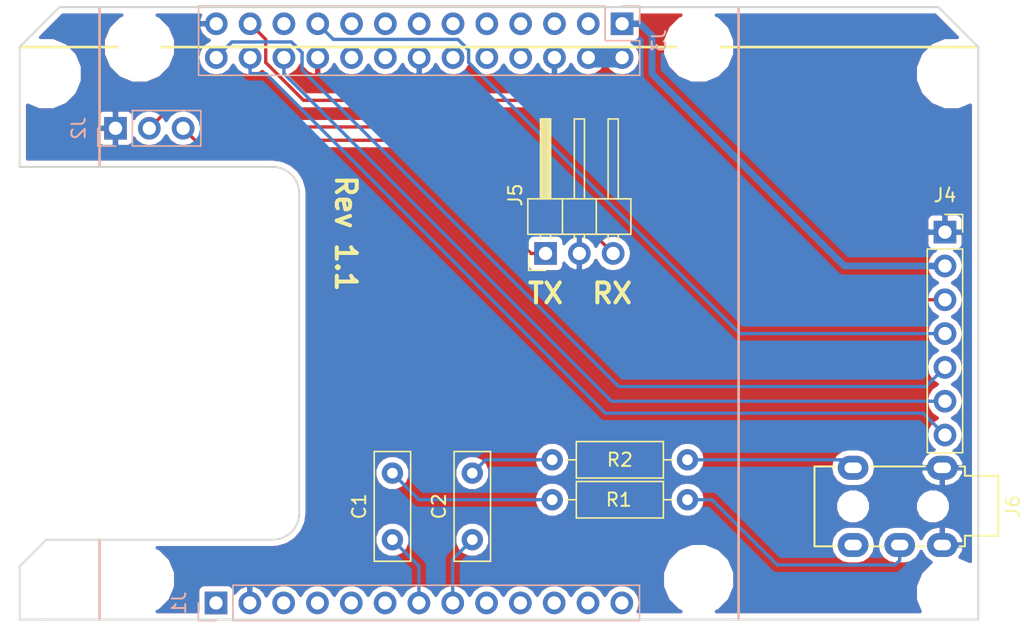
<source format=kicad_pcb>
(kicad_pcb (version 20171130) (host pcbnew "(5.0.1)-3")

  (general
    (thickness 1.6)
    (drawings 28)
    (tracks 63)
    (zones 0)
    (modules 18)
    (nets 40)
  )

  (page A4)
  (layers
    (0 F.Cu signal)
    (31 B.Cu signal)
    (32 B.Adhes user hide)
    (33 F.Adhes user hide)
    (34 B.Paste user hide)
    (35 F.Paste user hide)
    (36 B.SilkS user)
    (37 F.SilkS user)
    (38 B.Mask user)
    (39 F.Mask user)
    (40 Dwgs.User user hide)
    (41 Cmts.User user hide)
    (42 Eco1.User user hide)
    (43 Eco2.User user hide)
    (44 Edge.Cuts user)
    (45 Margin user hide)
    (46 B.CrtYd user hide)
    (47 F.CrtYd user hide)
    (48 B.Fab user hide)
    (49 F.Fab user hide)
  )

  (setup
    (last_trace_width 0.25)
    (user_trace_width 0.5)
    (user_trace_width 1)
    (user_trace_width 1.5)
    (trace_clearance 0.2)
    (zone_clearance 0.4)
    (zone_45_only no)
    (trace_min 0.2)
    (segment_width 0.2)
    (edge_width 0.15)
    (via_size 0.8)
    (via_drill 0.4)
    (via_min_size 0.4)
    (via_min_drill 0.3)
    (uvia_size 0.3)
    (uvia_drill 0.1)
    (uvias_allowed no)
    (uvia_min_size 0.2)
    (uvia_min_drill 0.1)
    (pcb_text_width 0.3)
    (pcb_text_size 1.5 1.5)
    (mod_edge_width 0.15)
    (mod_text_size 1 1)
    (mod_text_width 0.15)
    (pad_size 1.8 2.3)
    (pad_drill 0.8)
    (pad_to_mask_clearance 0.051)
    (solder_mask_min_width 0.25)
    (aux_axis_origin 121 87)
    (visible_elements 7FFFFFFF)
    (pcbplotparams
      (layerselection 0x010f0_ffffffff)
      (usegerberextensions false)
      (usegerberattributes true)
      (usegerberadvancedattributes false)
      (creategerberjobfile false)
      (excludeedgelayer false)
      (linewidth 0.150000)
      (plotframeref false)
      (viasonmask false)
      (mode 1)
      (useauxorigin true)
      (hpglpennumber 1)
      (hpglpenspeed 20)
      (hpglpendiameter 15.000000)
      (psnegative false)
      (psa4output false)
      (plotreference false)
      (plotvalue false)
      (plotinvisibletext false)
      (padsonsilk false)
      (subtractmaskfromsilk false)
      (outputformat 1)
      (mirror false)
      (drillshape 0)
      (scaleselection 1)
      (outputdirectory "gerb/"))
  )

  (net 0 "")
  (net 1 /R)
  (net 2 "Net-(C1-Pad2)")
  (net 3 "Net-(C2-Pad2)")
  (net 4 /L)
  (net 5 +5V)
  (net 6 GND)
  (net 7 "Net-(J1-Pad3)")
  (net 8 "Net-(J1-Pad4)")
  (net 9 "Net-(J1-Pad5)")
  (net 10 "Net-(J1-Pad6)")
  (net 11 "Net-(J1-Pad9)")
  (net 12 "Net-(J1-Pad10)")
  (net 13 "Net-(J1-Pad11)")
  (net 14 "Net-(J1-Pad12)")
  (net 15 "Net-(J1-Pad13)")
  (net 16 /RX)
  (net 17 /TX)
  (net 18 "Net-(J3-Pad3)")
  (net 19 "Net-(J3-Pad5)")
  (net 20 "Net-(J3-Pad7)")
  (net 21 "Net-(J3-Pad8)")
  (net 22 "Net-(J3-Pad10)")
  (net 23 "Net-(J3-Pad11)")
  (net 24 "Net-(J3-Pad12)")
  (net 25 "Net-(J3-Pad13)")
  (net 26 "Net-(J3-Pad15)")
  (net 27 "Net-(J3-Pad16)")
  (net 28 "Net-(J3-Pad17)")
  (net 29 "Net-(J3-Pad18)")
  (net 30 /MOSI)
  (net 31 /MISO)
  (net 32 /CLK)
  (net 33 /CS)
  (net 34 "Net-(J6-PadR)")
  (net 35 "Net-(J6-PadT)")
  (net 36 /RES)
  (net 37 /DC)
  (net 38 "Net-(J1-Pad1)")
  (net 39 +3V3)

  (net_class Default "This is the default net class."
    (clearance 0.2)
    (trace_width 0.25)
    (via_dia 0.8)
    (via_drill 0.4)
    (uvia_dia 0.3)
    (uvia_drill 0.1)
    (add_net +3V3)
    (add_net +5V)
    (add_net /CLK)
    (add_net /CS)
    (add_net /DC)
    (add_net /L)
    (add_net /MISO)
    (add_net /MOSI)
    (add_net /R)
    (add_net /RES)
    (add_net /RX)
    (add_net /TX)
    (add_net GND)
    (add_net "Net-(C1-Pad2)")
    (add_net "Net-(C2-Pad2)")
    (add_net "Net-(J1-Pad1)")
    (add_net "Net-(J1-Pad10)")
    (add_net "Net-(J1-Pad11)")
    (add_net "Net-(J1-Pad12)")
    (add_net "Net-(J1-Pad13)")
    (add_net "Net-(J1-Pad3)")
    (add_net "Net-(J1-Pad4)")
    (add_net "Net-(J1-Pad5)")
    (add_net "Net-(J1-Pad6)")
    (add_net "Net-(J1-Pad9)")
    (add_net "Net-(J3-Pad10)")
    (add_net "Net-(J3-Pad11)")
    (add_net "Net-(J3-Pad12)")
    (add_net "Net-(J3-Pad13)")
    (add_net "Net-(J3-Pad15)")
    (add_net "Net-(J3-Pad16)")
    (add_net "Net-(J3-Pad17)")
    (add_net "Net-(J3-Pad18)")
    (add_net "Net-(J3-Pad3)")
    (add_net "Net-(J3-Pad5)")
    (add_net "Net-(J3-Pad7)")
    (add_net "Net-(J3-Pad8)")
    (add_net "Net-(J6-PadR)")
    (add_net "Net-(J6-PadT)")
  )

  (module wolf_lib:3.5mm_5_contacts_3_conductors_audio_plug (layer F.Cu) (tedit 5C0E17C4) (tstamp 5C195C9C)
    (at 183.6 127.4 270)
    (descr "Headphones with microphone connector, 3.5mm, 4 pins.")
    (tags "3.5mm jack mic microphone phones headphones 4pins audio plug")
    (path /5BCF4DBE)
    (fp_text reference J6 (at -2.9 -12 270) (layer F.SilkS)
      (effects (font (size 1 1) (thickness 0.15)))
    )
    (fp_text value AudioJack3_Ground (at -2.9 4.15 270) (layer F.Fab)
      (effects (font (size 1 1) (thickness 0.15)))
    )
    (fp_line (start -5.9 -5.4) (end -5.9 -1.3) (layer F.SilkS) (width 0.15))
    (fp_line (start -5.9 1.25) (end -5.9 2.9) (layer F.SilkS) (width 0.15))
    (fp_line (start 0.1 1.25) (end 0.1 2.9) (layer F.SilkS) (width 0.15))
    (fp_line (start 0.1 -2.25) (end 0.1 -1.25) (layer F.SilkS) (width 0.15))
    (fp_line (start 0.1 -5.45) (end 0.1 -4.75) (layer F.SilkS) (width 0.15))
    (fp_line (start 0.1 -8.4) (end 0.1 -8) (layer F.SilkS) (width 0.15))
    (fp_line (start -5.9 -8.4) (end -5.9 -8) (layer F.SilkS) (width 0.15))
    (fp_line (start 0.95 3) (end -7.25 3) (layer F.CrtYd) (width 0.05))
    (fp_line (start -7.25 3) (end -7.25 -11) (layer F.CrtYd) (width 0.05))
    (fp_line (start -7.25 -11) (end 0.95 -11) (layer F.CrtYd) (width 0.05))
    (fp_line (start 0.95 -11) (end 0.95 3) (layer F.CrtYd) (width 0.05))
    (fp_line (start -5.9 -8.4) (end -5.2 -8.4) (layer F.SilkS) (width 0.15))
    (fp_line (start -5.2 -10.9) (end -5.2 -8.4) (layer F.SilkS) (width 0.15))
    (fp_line (start -5.2 -10.9) (end -0.7 -10.9) (layer F.SilkS) (width 0.15))
    (fp_line (start -0.7 -10.9) (end -0.7 -8.4) (layer F.SilkS) (width 0.15))
    (fp_line (start -0.7 -8.4) (end 0.1 -8.4) (layer F.SilkS) (width 0.15))
    (fp_line (start 0.1 2.9) (end -5.9 2.9) (layer F.SilkS) (width 0.15))
    (pad T thru_hole oval (at -5.8 0 270) (size 1.8 2.3) (drill oval 0.8 1.3) (layers *.Cu *.Mask)
      (net 35 "Net-(J6-PadT)"))
    (pad T thru_hole oval (at 0 0 90) (size 1.8 2.3) (drill oval 0.8 1.3) (layers *.Cu *.Mask)
      (net 35 "Net-(J6-PadT)"))
    (pad R thru_hole oval (at 0 -3.5 270) (size 1.8 2.3) (drill oval 0.8 1.3) (layers *.Cu *.Mask)
      (net 34 "Net-(J6-PadR)"))
    (pad S thru_hole oval (at -5.8 -6.7 270) (size 1.8 2.3) (drill oval 0.8 1.3) (layers *.Cu *.Mask)
      (net 6 GND))
    (pad S thru_hole oval (at 0 -6.7 270) (size 1.8 2.3) (drill oval 0.8 1.3) (layers *.Cu *.Mask)
      (net 6 GND))
    (pad "" np_thru_hole circle (at -2.9 -6 270) (size 1.6 1.6) (drill 1.6) (layers *.Cu *.Mask))
    (pad "" np_thru_hole circle (at -2.9 0 270) (size 1.6 1.6) (drill 1.6) (layers *.Cu *.Mask))
  )

  (module Connector_PinSocket_2.54mm:PinSocket_1x07_P2.54mm_Vertical (layer F.Cu) (tedit 5A19A433) (tstamp 5BE840A2)
    (at 190.5 103.9)
    (descr "Through hole straight socket strip, 1x07, 2.54mm pitch, single row (from Kicad 4.0.7), script generated")
    (tags "Through hole socket strip THT 1x07 2.54mm single row")
    (path /5BCF3F43)
    (fp_text reference J4 (at 0 -2.77) (layer F.SilkS)
      (effects (font (size 1 1) (thickness 0.15)))
    )
    (fp_text value Conn_01x07 (at 0 18.01) (layer F.Fab)
      (effects (font (size 1 1) (thickness 0.15)))
    )
    (fp_line (start -1.27 -1.27) (end 0.635 -1.27) (layer F.Fab) (width 0.1))
    (fp_line (start 0.635 -1.27) (end 1.27 -0.635) (layer F.Fab) (width 0.1))
    (fp_line (start 1.27 -0.635) (end 1.27 16.51) (layer F.Fab) (width 0.1))
    (fp_line (start 1.27 16.51) (end -1.27 16.51) (layer F.Fab) (width 0.1))
    (fp_line (start -1.27 16.51) (end -1.27 -1.27) (layer F.Fab) (width 0.1))
    (fp_line (start -1.33 1.27) (end 1.33 1.27) (layer F.SilkS) (width 0.12))
    (fp_line (start -1.33 1.27) (end -1.33 16.57) (layer F.SilkS) (width 0.12))
    (fp_line (start -1.33 16.57) (end 1.33 16.57) (layer F.SilkS) (width 0.12))
    (fp_line (start 1.33 1.27) (end 1.33 16.57) (layer F.SilkS) (width 0.12))
    (fp_line (start 1.33 -1.33) (end 1.33 0) (layer F.SilkS) (width 0.12))
    (fp_line (start 0 -1.33) (end 1.33 -1.33) (layer F.SilkS) (width 0.12))
    (fp_line (start -1.8 -1.8) (end 1.75 -1.8) (layer F.CrtYd) (width 0.05))
    (fp_line (start 1.75 -1.8) (end 1.75 17) (layer F.CrtYd) (width 0.05))
    (fp_line (start 1.75 17) (end -1.8 17) (layer F.CrtYd) (width 0.05))
    (fp_line (start -1.8 17) (end -1.8 -1.8) (layer F.CrtYd) (width 0.05))
    (fp_text user %R (at 0 7.62 90) (layer F.Fab)
      (effects (font (size 1 1) (thickness 0.15)))
    )
    (pad 1 thru_hole rect (at 0 0) (size 1.7 1.7) (drill 1) (layers *.Cu *.Mask)
      (net 6 GND))
    (pad 2 thru_hole oval (at 0 2.54) (size 1.7 1.7) (drill 1) (layers *.Cu *.Mask)
      (net 39 +3V3))
    (pad 3 thru_hole oval (at 0 5.08) (size 1.7 1.7) (drill 1) (layers *.Cu *.Mask)
      (net 32 /CLK))
    (pad 4 thru_hole oval (at 0 7.62) (size 1.7 1.7) (drill 1) (layers *.Cu *.Mask)
      (net 30 /MOSI))
    (pad 5 thru_hole oval (at 0 10.16) (size 1.7 1.7) (drill 1) (layers *.Cu *.Mask)
      (net 36 /RES))
    (pad 6 thru_hole oval (at 0 12.7) (size 1.7 1.7) (drill 1) (layers *.Cu *.Mask)
      (net 37 /DC))
    (pad 7 thru_hole oval (at 0 15.24) (size 1.7 1.7) (drill 1) (layers *.Cu *.Mask)
      (net 33 /CS))
    (model ${KISYS3DMOD}/Connector_PinSocket_2.54mm.3dshapes/PinSocket_1x07_P2.54mm_Vertical.wrl
      (at (xyz 0 0 0))
      (scale (xyz 1 1 1))
      (rotate (xyz 0 0 0))
    )
  )

  (module MountingHole:MountingHole_3.2mm_M3 (layer F.Cu) (tedit 5BD09307) (tstamp 5BF47496)
    (at 130 90)
    (descr "Mounting Hole 3.2mm, no annular, M3")
    (tags "mounting hole 3.2mm no annular m3")
    (clearance 1)
    (attr virtual)
    (fp_text reference REF** (at 0 -4.2) (layer F.SilkS) hide
      (effects (font (size 1 1) (thickness 0.15)))
    )
    (fp_text value MountingHole_3.2mm_M3 (at 0 4.2) (layer F.Fab) hide
      (effects (font (size 1 1) (thickness 0.15)))
    )
    (fp_circle (center 0 0) (end 3.45 0) (layer F.CrtYd) (width 0.05))
    (fp_circle (center 0 0) (end 3.2 0) (layer Cmts.User) (width 0.15))
    (fp_text user %R (at 0.3 0) (layer F.Fab)
      (effects (font (size 1 1) (thickness 0.15)))
    )
    (pad 1 np_thru_hole circle (at 0 0) (size 3.2 3.2) (drill 3.2) (layers *.Cu *.Mask))
  )

  (module MountingHole:MountingHole_3.2mm_M3 (layer F.Cu) (tedit 5C0CC7D5) (tstamp 5C0CCAD6)
    (at 191 131)
    (descr "Mounting Hole 3.2mm, no annular, M3")
    (tags "mounting hole 3.2mm no annular m3")
    (clearance 1)
    (attr virtual)
    (fp_text reference REF** (at 0 -4.2) (layer F.SilkS) hide
      (effects (font (size 1 1) (thickness 0.15)))
    )
    (fp_text value MountingHole_3.2mm_M3 (at 0 4.2) (layer F.Fab) hide
      (effects (font (size 1 1) (thickness 0.15)))
    )
    (fp_text user %R (at 0.3 0) (layer F.Fab)
      (effects (font (size 1 1) (thickness 0.15)))
    )
    (fp_circle (center 0 0) (end 3.2 0) (layer Cmts.User) (width 0.15))
    (fp_circle (center 0 0) (end 3.45 0) (layer F.CrtYd) (width 0.05))
    (pad 1 np_thru_hole circle (at 0 0) (size 3.2 3.2) (drill 3.2) (layers *.Cu *.Mask))
  )

  (module MountingHole:MountingHole_3.2mm_M3 (layer F.Cu) (tedit 5BD092FE) (tstamp 5C0CCA8C)
    (at 123 92)
    (descr "Mounting Hole 3.2mm, no annular, M3")
    (tags "mounting hole 3.2mm no annular m3")
    (clearance 1)
    (attr virtual)
    (fp_text reference REF** (at 0 -4.2) (layer F.SilkS) hide
      (effects (font (size 1 1) (thickness 0.15)))
    )
    (fp_text value MountingHole_3.2mm_M3 (at 0 4.2) (layer F.Fab) hide
      (effects (font (size 1 1) (thickness 0.15)))
    )
    (fp_circle (center 0 0) (end 3.45 0) (layer F.CrtYd) (width 0.05))
    (fp_circle (center 0 0) (end 3.2 0) (layer Cmts.User) (width 0.15))
    (fp_text user %R (at 0.3 0) (layer F.Fab)
      (effects (font (size 1 1) (thickness 0.15)))
    )
    (pad 1 np_thru_hole circle (at 0 0) (size 3.2 3.2) (drill 3.2) (layers *.Cu *.Mask))
  )

  (module MountingHole:MountingHole_3.2mm_M3 (layer F.Cu) (tedit 5BD09311) (tstamp 5BF471CD)
    (at 191 92)
    (descr "Mounting Hole 3.2mm, no annular, M3")
    (tags "mounting hole 3.2mm no annular m3")
    (clearance 1)
    (attr virtual)
    (fp_text reference REF** (at 0 -4.2) (layer F.SilkS) hide
      (effects (font (size 1 1) (thickness 0.15)))
    )
    (fp_text value MountingHole_3.2mm_M3 (at 0 4.2) (layer F.Fab) hide
      (effects (font (size 1 1) (thickness 0.15)))
    )
    (fp_circle (center 0 0) (end 3.45 0) (layer F.CrtYd) (width 0.05))
    (fp_circle (center 0 0) (end 3.2 0) (layer Cmts.User) (width 0.15))
    (fp_text user %R (at 0.3 0) (layer F.Fab)
      (effects (font (size 1 1) (thickness 0.15)))
    )
    (pad 1 np_thru_hole circle (at 0 0) (size 3.2 3.2) (drill 3.2) (layers *.Cu *.Mask))
  )

  (module MountingHole:MountingHole_3.2mm_M3 (layer F.Cu) (tedit 5C0CC7D5) (tstamp 5C0CCAC6)
    (at 123 131)
    (descr "Mounting Hole 3.2mm, no annular, M3")
    (tags "mounting hole 3.2mm no annular m3")
    (clearance 1)
    (attr virtual)
    (fp_text reference REF** (at 0 -4.2) (layer F.SilkS) hide
      (effects (font (size 1 1) (thickness 0.15)))
    )
    (fp_text value MountingHole_3.2mm_M3 (at 0 4.2) (layer F.Fab) hide
      (effects (font (size 1 1) (thickness 0.15)))
    )
    (fp_circle (center 0 0) (end 3.45 0) (layer F.CrtYd) (width 0.05))
    (fp_circle (center 0 0) (end 3.2 0) (layer Cmts.User) (width 0.15))
    (fp_text user %R (at 0.3 0) (layer F.Fab)
      (effects (font (size 1 1) (thickness 0.15)))
    )
    (pad 1 np_thru_hole circle (at 0 0) (size 3.2 3.2) (drill 3.2) (layers *.Cu *.Mask))
  )

  (module MountingHole:MountingHole_3.2mm_M3 (layer F.Cu) (tedit 5BD09315) (tstamp 5BF471F2)
    (at 172 90)
    (descr "Mounting Hole 3.2mm, no annular, M3")
    (tags "mounting hole 3.2mm no annular m3")
    (clearance 1)
    (attr virtual)
    (fp_text reference REF** (at 0 -4.2) (layer F.SilkS) hide
      (effects (font (size 1 1) (thickness 0.15)))
    )
    (fp_text value MountingHole_3.2mm_M3 (at 0 4.2) (layer F.Fab) hide
      (effects (font (size 1 1) (thickness 0.15)))
    )
    (fp_circle (center 0 0) (end 3.45 0) (layer F.CrtYd) (width 0.05))
    (fp_circle (center 0 0) (end 3.2 0) (layer Cmts.User) (width 0.15))
    (fp_text user %R (at 0.3 0) (layer F.Fab)
      (effects (font (size 1 1) (thickness 0.15)))
    )
    (pad 1 np_thru_hole circle (at 0 0) (size 3.2 3.2) (drill 3.2) (layers *.Cu *.Mask))
  )

  (module MountingHole:MountingHole_3.2mm_M3 (layer F.Cu) (tedit 5BD092EF) (tstamp 5BF471A7)
    (at 172 130)
    (descr "Mounting Hole 3.2mm, no annular, M3")
    (tags "mounting hole 3.2mm no annular m3")
    (clearance 1)
    (attr virtual)
    (fp_text reference REF** (at 0 -4.2) (layer F.SilkS) hide
      (effects (font (size 1 1) (thickness 0.15)))
    )
    (fp_text value MountingHole_3.2mm_M3 (at 0 4.2) (layer F.Fab) hide
      (effects (font (size 1 1) (thickness 0.15)))
    )
    (fp_text user %R (at 0.3 0) (layer F.Fab)
      (effects (font (size 1 1) (thickness 0.15)))
    )
    (fp_circle (center 0 0) (end 3.2 0) (layer Cmts.User) (width 0.15))
    (fp_circle (center 0 0) (end 3.45 0) (layer F.CrtYd) (width 0.05))
    (pad 1 np_thru_hole circle (at 0 0) (size 3.2 3.2) (drill 3.2) (layers *.Cu *.Mask))
  )

  (module MountingHole:MountingHole_3.2mm_M3 (layer F.Cu) (tedit 5BD092F4) (tstamp 5BF47191)
    (at 130 130)
    (descr "Mounting Hole 3.2mm, no annular, M3")
    (tags "mounting hole 3.2mm no annular m3")
    (clearance 1)
    (attr virtual)
    (fp_text reference REF** (at 0 -4.2) (layer F.SilkS) hide
      (effects (font (size 1 1) (thickness 0.15)))
    )
    (fp_text value MountingHole_3.2mm_M3 (at 0 4.2) (layer F.Fab) hide
      (effects (font (size 1 1) (thickness 0.15)))
    )
    (fp_circle (center 0 0) (end 3.45 0) (layer F.CrtYd) (width 0.05))
    (fp_circle (center 0 0) (end 3.2 0) (layer Cmts.User) (width 0.15))
    (fp_text user %R (at 0.3 0) (layer F.Fab)
      (effects (font (size 1 1) (thickness 0.15)))
    )
    (pad 1 np_thru_hole circle (at 0 0) (size 3.2 3.2) (drill 3.2) (layers *.Cu *.Mask))
  )

  (module Capacitor_THT:C_Disc_D8.0mm_W2.5mm_P5.00mm (layer F.Cu) (tedit 5AE50EF0) (tstamp 5BE8400C)
    (at 149 127 90)
    (descr "C, Disc series, Radial, pin pitch=5.00mm, , diameter*width=8*2.5mm^2, Capacitor, http://cdn-reichelt.de/documents/datenblatt/B300/DS_KERKO_TC.pdf")
    (tags "C Disc series Radial pin pitch 5.00mm  diameter 8mm width 2.5mm Capacitor")
    (path /5BCF587A)
    (fp_text reference C1 (at 2.5 -2.5 90) (layer F.SilkS)
      (effects (font (size 1 1) (thickness 0.15)))
    )
    (fp_text value C_Small (at 2.5 2.5 90) (layer F.Fab)
      (effects (font (size 1 1) (thickness 0.15)))
    )
    (fp_line (start -1.5 -1.25) (end -1.5 1.25) (layer F.Fab) (width 0.1))
    (fp_line (start -1.5 1.25) (end 6.5 1.25) (layer F.Fab) (width 0.1))
    (fp_line (start 6.5 1.25) (end 6.5 -1.25) (layer F.Fab) (width 0.1))
    (fp_line (start 6.5 -1.25) (end -1.5 -1.25) (layer F.Fab) (width 0.1))
    (fp_line (start -1.62 -1.37) (end 6.62 -1.37) (layer F.SilkS) (width 0.12))
    (fp_line (start -1.62 1.37) (end 6.62 1.37) (layer F.SilkS) (width 0.12))
    (fp_line (start -1.62 -1.37) (end -1.62 1.37) (layer F.SilkS) (width 0.12))
    (fp_line (start 6.62 -1.37) (end 6.62 1.37) (layer F.SilkS) (width 0.12))
    (fp_line (start -1.75 -1.5) (end -1.75 1.5) (layer F.CrtYd) (width 0.05))
    (fp_line (start -1.75 1.5) (end 6.75 1.5) (layer F.CrtYd) (width 0.05))
    (fp_line (start 6.75 1.5) (end 6.75 -1.5) (layer F.CrtYd) (width 0.05))
    (fp_line (start 6.75 -1.5) (end -1.75 -1.5) (layer F.CrtYd) (width 0.05))
    (fp_text user %R (at 2.5 0 90) (layer F.Fab)
      (effects (font (size 1 1) (thickness 0.15)))
    )
    (pad 1 thru_hole circle (at 0 0 90) (size 1.6 1.6) (drill 0.8) (layers *.Cu *.Mask)
      (net 1 /R))
    (pad 2 thru_hole circle (at 5 0 90) (size 1.6 1.6) (drill 0.8) (layers *.Cu *.Mask)
      (net 2 "Net-(C1-Pad2)"))
    (model ${KISYS3DMOD}/Capacitor_THT.3dshapes/C_Disc_D8.0mm_W2.5mm_P5.00mm.wrl
      (at (xyz 0 0 0))
      (scale (xyz 1 1 1))
      (rotate (xyz 0 0 0))
    )
  )

  (module Capacitor_THT:C_Disc_D8.0mm_W2.5mm_P5.00mm (layer F.Cu) (tedit 5AE50EF0) (tstamp 5BE8401F)
    (at 155 127 90)
    (descr "C, Disc series, Radial, pin pitch=5.00mm, , diameter*width=8*2.5mm^2, Capacitor, http://cdn-reichelt.de/documents/datenblatt/B300/DS_KERKO_TC.pdf")
    (tags "C Disc series Radial pin pitch 5.00mm  diameter 8mm width 2.5mm Capacitor")
    (path /5BCF58EA)
    (fp_text reference C2 (at 2.5 -2.5 90) (layer F.SilkS)
      (effects (font (size 1 1) (thickness 0.15)))
    )
    (fp_text value C_Small (at 2.5 2.5 90) (layer F.Fab)
      (effects (font (size 1 1) (thickness 0.15)))
    )
    (fp_text user %R (at 2.5 0 90) (layer F.Fab)
      (effects (font (size 1 1) (thickness 0.15)))
    )
    (fp_line (start 6.75 -1.5) (end -1.75 -1.5) (layer F.CrtYd) (width 0.05))
    (fp_line (start 6.75 1.5) (end 6.75 -1.5) (layer F.CrtYd) (width 0.05))
    (fp_line (start -1.75 1.5) (end 6.75 1.5) (layer F.CrtYd) (width 0.05))
    (fp_line (start -1.75 -1.5) (end -1.75 1.5) (layer F.CrtYd) (width 0.05))
    (fp_line (start 6.62 -1.37) (end 6.62 1.37) (layer F.SilkS) (width 0.12))
    (fp_line (start -1.62 -1.37) (end -1.62 1.37) (layer F.SilkS) (width 0.12))
    (fp_line (start -1.62 1.37) (end 6.62 1.37) (layer F.SilkS) (width 0.12))
    (fp_line (start -1.62 -1.37) (end 6.62 -1.37) (layer F.SilkS) (width 0.12))
    (fp_line (start 6.5 -1.25) (end -1.5 -1.25) (layer F.Fab) (width 0.1))
    (fp_line (start 6.5 1.25) (end 6.5 -1.25) (layer F.Fab) (width 0.1))
    (fp_line (start -1.5 1.25) (end 6.5 1.25) (layer F.Fab) (width 0.1))
    (fp_line (start -1.5 -1.25) (end -1.5 1.25) (layer F.Fab) (width 0.1))
    (pad 2 thru_hole circle (at 5 0 90) (size 1.6 1.6) (drill 0.8) (layers *.Cu *.Mask)
      (net 3 "Net-(C2-Pad2)"))
    (pad 1 thru_hole circle (at 0 0 90) (size 1.6 1.6) (drill 0.8) (layers *.Cu *.Mask)
      (net 4 /L))
    (model ${KISYS3DMOD}/Capacitor_THT.3dshapes/C_Disc_D8.0mm_W2.5mm_P5.00mm.wrl
      (at (xyz 0 0 0))
      (scale (xyz 1 1 1))
      (rotate (xyz 0 0 0))
    )
  )

  (module Connector_PinSocket_2.54mm:PinSocket_1x13_P2.54mm_Vertical (layer B.Cu) (tedit 5A19A421) (tstamp 5BE84040)
    (at 135.75 131.75 270)
    (descr "Through hole straight socket strip, 1x13, 2.54mm pitch, single row (from Kicad 4.0.7), script generated")
    (tags "Through hole socket strip THT 1x13 2.54mm single row")
    (path /5BCF0741)
    (fp_text reference J1 (at 0 2.77 270) (layer B.SilkS)
      (effects (font (size 1 1) (thickness 0.15)) (justify mirror))
    )
    (fp_text value Conn_01x13 (at 0 -33.25 270) (layer B.Fab)
      (effects (font (size 1 1) (thickness 0.15)) (justify mirror))
    )
    (fp_line (start -1.27 1.27) (end 0.635 1.27) (layer B.Fab) (width 0.1))
    (fp_line (start 0.635 1.27) (end 1.27 0.635) (layer B.Fab) (width 0.1))
    (fp_line (start 1.27 0.635) (end 1.27 -31.75) (layer B.Fab) (width 0.1))
    (fp_line (start 1.27 -31.75) (end -1.27 -31.75) (layer B.Fab) (width 0.1))
    (fp_line (start -1.27 -31.75) (end -1.27 1.27) (layer B.Fab) (width 0.1))
    (fp_line (start -1.33 -1.27) (end 1.33 -1.27) (layer B.SilkS) (width 0.12))
    (fp_line (start -1.33 -1.27) (end -1.33 -31.81) (layer B.SilkS) (width 0.12))
    (fp_line (start -1.33 -31.81) (end 1.33 -31.81) (layer B.SilkS) (width 0.12))
    (fp_line (start 1.33 -1.27) (end 1.33 -31.81) (layer B.SilkS) (width 0.12))
    (fp_line (start 1.33 1.33) (end 1.33 0) (layer B.SilkS) (width 0.12))
    (fp_line (start 0 1.33) (end 1.33 1.33) (layer B.SilkS) (width 0.12))
    (fp_line (start -1.8 1.8) (end 1.75 1.8) (layer B.CrtYd) (width 0.05))
    (fp_line (start 1.75 1.8) (end 1.75 -32.25) (layer B.CrtYd) (width 0.05))
    (fp_line (start 1.75 -32.25) (end -1.8 -32.25) (layer B.CrtYd) (width 0.05))
    (fp_line (start -1.8 -32.25) (end -1.8 1.8) (layer B.CrtYd) (width 0.05))
    (fp_text user %R (at 0 -15.24 180) (layer B.Fab)
      (effects (font (size 1 1) (thickness 0.15)) (justify mirror))
    )
    (pad 1 thru_hole rect (at 0 0 270) (size 1.7 1.7) (drill 1) (layers *.Cu *.Mask)
      (net 38 "Net-(J1-Pad1)"))
    (pad 2 thru_hole oval (at 0 -2.54 270) (size 1.7 1.7) (drill 1) (layers *.Cu *.Mask)
      (net 6 GND))
    (pad 3 thru_hole oval (at 0 -5.08 270) (size 1.7 1.7) (drill 1) (layers *.Cu *.Mask)
      (net 7 "Net-(J1-Pad3)"))
    (pad 4 thru_hole oval (at 0 -7.62 270) (size 1.7 1.7) (drill 1) (layers *.Cu *.Mask)
      (net 8 "Net-(J1-Pad4)"))
    (pad 5 thru_hole oval (at 0 -10.16 270) (size 1.7 1.7) (drill 1) (layers *.Cu *.Mask)
      (net 9 "Net-(J1-Pad5)"))
    (pad 6 thru_hole oval (at 0 -12.7 270) (size 1.7 1.7) (drill 1) (layers *.Cu *.Mask)
      (net 10 "Net-(J1-Pad6)"))
    (pad 7 thru_hole oval (at 0 -15.24 270) (size 1.7 1.7) (drill 1) (layers *.Cu *.Mask)
      (net 1 /R))
    (pad 8 thru_hole oval (at 0 -17.78 270) (size 1.7 1.7) (drill 1) (layers *.Cu *.Mask)
      (net 4 /L))
    (pad 9 thru_hole oval (at 0 -20.32 270) (size 1.7 1.7) (drill 1) (layers *.Cu *.Mask)
      (net 11 "Net-(J1-Pad9)"))
    (pad 10 thru_hole oval (at 0 -22.86 270) (size 1.7 1.7) (drill 1) (layers *.Cu *.Mask)
      (net 12 "Net-(J1-Pad10)"))
    (pad 11 thru_hole oval (at 0 -25.4 270) (size 1.7 1.7) (drill 1) (layers *.Cu *.Mask)
      (net 13 "Net-(J1-Pad11)"))
    (pad 12 thru_hole oval (at 0 -27.94 270) (size 1.7 1.7) (drill 1) (layers *.Cu *.Mask)
      (net 14 "Net-(J1-Pad12)"))
    (pad 13 thru_hole oval (at 0 -30.48 270) (size 1.7 1.7) (drill 1) (layers *.Cu *.Mask)
      (net 15 "Net-(J1-Pad13)"))
    (model ${KISYS3DMOD}/Connector_PinSocket_2.54mm.3dshapes/PinSocket_1x13_P2.54mm_Vertical.wrl
      (at (xyz 0 0 0))
      (scale (xyz 1 1 1))
      (rotate (xyz 0 0 0))
    )
  )

  (module Connector_PinSocket_2.54mm:PinSocket_2x13_P2.54mm_Vertical (layer B.Cu) (tedit 5A19A430) (tstamp 5BF476F3)
    (at 166.25 88.25 90)
    (descr "Through hole straight socket strip, 2x13, 2.54mm pitch, double cols (from Kicad 4.0.7), script generated")
    (tags "Through hole socket strip THT 2x13 2.54mm double row")
    (path /5BCF064B)
    (fp_text reference J3 (at -1.27 2.77 90) (layer B.SilkS)
      (effects (font (size 1 1) (thickness 0.15)) (justify mirror))
    )
    (fp_text value Conn_02x13_Odd_Even (at -1.27 -33.25 90) (layer B.Fab)
      (effects (font (size 1 1) (thickness 0.15)) (justify mirror))
    )
    (fp_line (start -3.81 1.27) (end 0.27 1.27) (layer B.Fab) (width 0.1))
    (fp_line (start 0.27 1.27) (end 1.27 0.27) (layer B.Fab) (width 0.1))
    (fp_line (start 1.27 0.27) (end 1.27 -31.75) (layer B.Fab) (width 0.1))
    (fp_line (start 1.27 -31.75) (end -3.81 -31.75) (layer B.Fab) (width 0.1))
    (fp_line (start -3.81 -31.75) (end -3.81 1.27) (layer B.Fab) (width 0.1))
    (fp_line (start -3.87 1.33) (end -1.27 1.33) (layer B.SilkS) (width 0.12))
    (fp_line (start -3.87 1.33) (end -3.87 -31.81) (layer B.SilkS) (width 0.12))
    (fp_line (start -3.87 -31.81) (end 1.33 -31.81) (layer B.SilkS) (width 0.12))
    (fp_line (start 1.33 -1.27) (end 1.33 -31.81) (layer B.SilkS) (width 0.12))
    (fp_line (start -1.27 -1.27) (end 1.33 -1.27) (layer B.SilkS) (width 0.12))
    (fp_line (start -1.27 1.33) (end -1.27 -1.27) (layer B.SilkS) (width 0.12))
    (fp_line (start 1.33 1.33) (end 1.33 0) (layer B.SilkS) (width 0.12))
    (fp_line (start 0 1.33) (end 1.33 1.33) (layer B.SilkS) (width 0.12))
    (fp_line (start -4.34 1.8) (end 1.76 1.8) (layer B.CrtYd) (width 0.05))
    (fp_line (start 1.76 1.8) (end 1.76 -32.25) (layer B.CrtYd) (width 0.05))
    (fp_line (start 1.76 -32.25) (end -4.34 -32.25) (layer B.CrtYd) (width 0.05))
    (fp_line (start -4.34 -32.25) (end -4.34 1.8) (layer B.CrtYd) (width 0.05))
    (fp_text user %R (at -1.27 -15.24 90) (layer B.Fab)
      (effects (font (size 1 1) (thickness 0.15)) (justify mirror))
    )
    (pad 1 thru_hole rect (at 0 0 90) (size 1.7 1.7) (drill 1) (layers *.Cu *.Mask)
      (net 39 +3V3))
    (pad 2 thru_hole oval (at -2.54 0 90) (size 1.7 1.7) (drill 1) (layers *.Cu *.Mask)
      (net 5 +5V))
    (pad 3 thru_hole oval (at 0 -2.54 90) (size 1.7 1.7) (drill 1) (layers *.Cu *.Mask)
      (net 18 "Net-(J3-Pad3)"))
    (pad 4 thru_hole oval (at -2.54 -2.54 90) (size 1.7 1.7) (drill 1) (layers *.Cu *.Mask)
      (net 5 +5V))
    (pad 5 thru_hole oval (at 0 -5.08 90) (size 1.7 1.7) (drill 1) (layers *.Cu *.Mask)
      (net 19 "Net-(J3-Pad5)"))
    (pad 6 thru_hole oval (at -2.54 -5.08 90) (size 1.7 1.7) (drill 1) (layers *.Cu *.Mask)
      (net 6 GND))
    (pad 7 thru_hole oval (at 0 -7.62 90) (size 1.7 1.7) (drill 1) (layers *.Cu *.Mask)
      (net 20 "Net-(J3-Pad7)"))
    (pad 8 thru_hole oval (at -2.54 -7.62 90) (size 1.7 1.7) (drill 1) (layers *.Cu *.Mask)
      (net 21 "Net-(J3-Pad8)"))
    (pad 9 thru_hole oval (at 0 -10.16 90) (size 1.7 1.7) (drill 1) (layers *.Cu *.Mask)
      (net 6 GND))
    (pad 10 thru_hole oval (at -2.54 -10.16 90) (size 1.7 1.7) (drill 1) (layers *.Cu *.Mask)
      (net 22 "Net-(J3-Pad10)"))
    (pad 11 thru_hole oval (at 0 -12.7 90) (size 1.7 1.7) (drill 1) (layers *.Cu *.Mask)
      (net 23 "Net-(J3-Pad11)"))
    (pad 12 thru_hole oval (at -2.54 -12.7 90) (size 1.7 1.7) (drill 1) (layers *.Cu *.Mask)
      (net 24 "Net-(J3-Pad12)"))
    (pad 13 thru_hole oval (at 0 -15.24 90) (size 1.7 1.7) (drill 1) (layers *.Cu *.Mask)
      (net 25 "Net-(J3-Pad13)"))
    (pad 14 thru_hole oval (at -2.54 -15.24 90) (size 1.7 1.7) (drill 1) (layers *.Cu *.Mask)
      (net 6 GND))
    (pad 15 thru_hole oval (at 0 -17.78 90) (size 1.7 1.7) (drill 1) (layers *.Cu *.Mask)
      (net 26 "Net-(J3-Pad15)"))
    (pad 16 thru_hole oval (at -2.54 -17.78 90) (size 1.7 1.7) (drill 1) (layers *.Cu *.Mask)
      (net 27 "Net-(J3-Pad16)"))
    (pad 17 thru_hole oval (at 0 -20.32 90) (size 1.7 1.7) (drill 1) (layers *.Cu *.Mask)
      (net 28 "Net-(J3-Pad17)"))
    (pad 18 thru_hole oval (at -2.54 -20.32 90) (size 1.7 1.7) (drill 1) (layers *.Cu *.Mask)
      (net 29 "Net-(J3-Pad18)"))
    (pad 19 thru_hole oval (at 0 -22.86 90) (size 1.7 1.7) (drill 1) (layers *.Cu *.Mask)
      (net 30 /MOSI))
    (pad 20 thru_hole oval (at -2.54 -22.86 90) (size 1.7 1.7) (drill 1) (layers *.Cu *.Mask)
      (net 6 GND))
    (pad 21 thru_hole oval (at 0 -25.4 90) (size 1.7 1.7) (drill 1) (layers *.Cu *.Mask)
      (net 31 /MISO))
    (pad 22 thru_hole oval (at -2.54 -25.4 90) (size 1.7 1.7) (drill 1) (layers *.Cu *.Mask)
      (net 37 /DC))
    (pad 23 thru_hole oval (at 0 -27.94 90) (size 1.7 1.7) (drill 1) (layers *.Cu *.Mask)
      (net 32 /CLK))
    (pad 24 thru_hole oval (at -2.54 -27.94 90) (size 1.7 1.7) (drill 1) (layers *.Cu *.Mask)
      (net 33 /CS))
    (pad 25 thru_hole oval (at 0 -30.48 90) (size 1.7 1.7) (drill 1) (layers *.Cu *.Mask)
      (net 6 GND))
    (pad 26 thru_hole oval (at -2.54 -30.48 90) (size 1.7 1.7) (drill 1) (layers *.Cu *.Mask)
      (net 36 /RES))
    (model ${KISYS3DMOD}/Connector_PinSocket_2.54mm.3dshapes/PinSocket_2x13_P2.54mm_Vertical.wrl
      (at (xyz 0 0 0))
      (scale (xyz 1 1 1))
      (rotate (xyz 0 0 0))
    )
  )

  (module Resistor_THT:R_Axial_DIN0207_L6.3mm_D2.5mm_P10.16mm_Horizontal (layer F.Cu) (tedit 5AE5139B) (tstamp 5BE840EC)
    (at 161 124)
    (descr "Resistor, Axial_DIN0207 series, Axial, Horizontal, pin pitch=10.16mm, 0.25W = 1/4W, length*diameter=6.3*2.5mm^2, http://cdn-reichelt.de/documents/datenblatt/B400/1_4W%23YAG.pdf")
    (tags "Resistor Axial_DIN0207 series Axial Horizontal pin pitch 10.16mm 0.25W = 1/4W length 6.3mm diameter 2.5mm")
    (path /5BCF5330)
    (fp_text reference R1 (at 5 0) (layer F.SilkS)
      (effects (font (size 1 1) (thickness 0.15)))
    )
    (fp_text value R (at 5.08 2.37) (layer F.Fab)
      (effects (font (size 1 1) (thickness 0.15)))
    )
    (fp_line (start 1.93 -1.25) (end 1.93 1.25) (layer F.Fab) (width 0.1))
    (fp_line (start 1.93 1.25) (end 8.23 1.25) (layer F.Fab) (width 0.1))
    (fp_line (start 8.23 1.25) (end 8.23 -1.25) (layer F.Fab) (width 0.1))
    (fp_line (start 8.23 -1.25) (end 1.93 -1.25) (layer F.Fab) (width 0.1))
    (fp_line (start 0 0) (end 1.93 0) (layer F.Fab) (width 0.1))
    (fp_line (start 10.16 0) (end 8.23 0) (layer F.Fab) (width 0.1))
    (fp_line (start 1.81 -1.37) (end 1.81 1.37) (layer F.SilkS) (width 0.12))
    (fp_line (start 1.81 1.37) (end 8.35 1.37) (layer F.SilkS) (width 0.12))
    (fp_line (start 8.35 1.37) (end 8.35 -1.37) (layer F.SilkS) (width 0.12))
    (fp_line (start 8.35 -1.37) (end 1.81 -1.37) (layer F.SilkS) (width 0.12))
    (fp_line (start 1.04 0) (end 1.81 0) (layer F.SilkS) (width 0.12))
    (fp_line (start 9.12 0) (end 8.35 0) (layer F.SilkS) (width 0.12))
    (fp_line (start -1.05 -1.5) (end -1.05 1.5) (layer F.CrtYd) (width 0.05))
    (fp_line (start -1.05 1.5) (end 11.21 1.5) (layer F.CrtYd) (width 0.05))
    (fp_line (start 11.21 1.5) (end 11.21 -1.5) (layer F.CrtYd) (width 0.05))
    (fp_line (start 11.21 -1.5) (end -1.05 -1.5) (layer F.CrtYd) (width 0.05))
    (fp_text user %R (at 5.08 0) (layer F.Fab)
      (effects (font (size 1 1) (thickness 0.15)))
    )
    (pad 1 thru_hole circle (at 0 0) (size 1.6 1.6) (drill 0.8) (layers *.Cu *.Mask)
      (net 2 "Net-(C1-Pad2)"))
    (pad 2 thru_hole oval (at 10.16 0) (size 1.6 1.6) (drill 0.8) (layers *.Cu *.Mask)
      (net 34 "Net-(J6-PadR)"))
    (model ${KISYS3DMOD}/Resistor_THT.3dshapes/R_Axial_DIN0207_L6.3mm_D2.5mm_P10.16mm_Horizontal.wrl
      (at (xyz 0 0 0))
      (scale (xyz 1 1 1))
      (rotate (xyz 0 0 0))
    )
  )

  (module Resistor_THT:R_Axial_DIN0207_L6.3mm_D2.5mm_P10.16mm_Horizontal (layer F.Cu) (tedit 5AE5139B) (tstamp 5BE84103)
    (at 161 121)
    (descr "Resistor, Axial_DIN0207 series, Axial, Horizontal, pin pitch=10.16mm, 0.25W = 1/4W, length*diameter=6.3*2.5mm^2, http://cdn-reichelt.de/documents/datenblatt/B400/1_4W%23YAG.pdf")
    (tags "Resistor Axial_DIN0207 series Axial Horizontal pin pitch 10.16mm 0.25W = 1/4W length 6.3mm diameter 2.5mm")
    (path /5BCF5436)
    (fp_text reference R2 (at 5.08 0) (layer F.SilkS)
      (effects (font (size 1 1) (thickness 0.15)))
    )
    (fp_text value R (at 5.08 -3) (layer F.Fab)
      (effects (font (size 1 1) (thickness 0.15)))
    )
    (fp_text user %R (at 5.08 0) (layer F.Fab)
      (effects (font (size 1 1) (thickness 0.15)))
    )
    (fp_line (start 11.21 -1.5) (end -1.05 -1.5) (layer F.CrtYd) (width 0.05))
    (fp_line (start 11.21 1.5) (end 11.21 -1.5) (layer F.CrtYd) (width 0.05))
    (fp_line (start -1.05 1.5) (end 11.21 1.5) (layer F.CrtYd) (width 0.05))
    (fp_line (start -1.05 -1.5) (end -1.05 1.5) (layer F.CrtYd) (width 0.05))
    (fp_line (start 9.12 0) (end 8.35 0) (layer F.SilkS) (width 0.12))
    (fp_line (start 1.04 0) (end 1.81 0) (layer F.SilkS) (width 0.12))
    (fp_line (start 8.35 -1.37) (end 1.81 -1.37) (layer F.SilkS) (width 0.12))
    (fp_line (start 8.35 1.37) (end 8.35 -1.37) (layer F.SilkS) (width 0.12))
    (fp_line (start 1.81 1.37) (end 8.35 1.37) (layer F.SilkS) (width 0.12))
    (fp_line (start 1.81 -1.37) (end 1.81 1.37) (layer F.SilkS) (width 0.12))
    (fp_line (start 10.16 0) (end 8.23 0) (layer F.Fab) (width 0.1))
    (fp_line (start 0 0) (end 1.93 0) (layer F.Fab) (width 0.1))
    (fp_line (start 8.23 -1.25) (end 1.93 -1.25) (layer F.Fab) (width 0.1))
    (fp_line (start 8.23 1.25) (end 8.23 -1.25) (layer F.Fab) (width 0.1))
    (fp_line (start 1.93 1.25) (end 8.23 1.25) (layer F.Fab) (width 0.1))
    (fp_line (start 1.93 -1.25) (end 1.93 1.25) (layer F.Fab) (width 0.1))
    (pad 2 thru_hole oval (at 10.16 0) (size 1.6 1.6) (drill 0.8) (layers *.Cu *.Mask)
      (net 35 "Net-(J6-PadT)"))
    (pad 1 thru_hole circle (at 0 0) (size 1.6 1.6) (drill 0.8) (layers *.Cu *.Mask)
      (net 3 "Net-(C2-Pad2)"))
    (model ${KISYS3DMOD}/Resistor_THT.3dshapes/R_Axial_DIN0207_L6.3mm_D2.5mm_P10.16mm_Horizontal.wrl
      (at (xyz 0 0 0))
      (scale (xyz 1 1 1))
      (rotate (xyz 0 0 0))
    )
  )

  (module Connector_PinSocket_2.54mm:PinSocket_1x03_P2.54mm_Vertical (layer B.Cu) (tedit 5A19A429) (tstamp 5C1956F0)
    (at 128.2 96.1 270)
    (descr "Through hole straight socket strip, 1x03, 2.54mm pitch, single row (from Kicad 4.0.7), script generated")
    (tags "Through hole socket strip THT 1x03 2.54mm single row")
    (path /5BCF093E)
    (fp_text reference J2 (at 0 2.77 270) (layer B.SilkS)
      (effects (font (size 1 1) (thickness 0.15)) (justify mirror))
    )
    (fp_text value Conn_01x03 (at 0 -7.85 270) (layer B.Fab)
      (effects (font (size 1 1) (thickness 0.15)) (justify mirror))
    )
    (fp_line (start -1.27 1.27) (end 0.635 1.27) (layer B.Fab) (width 0.1))
    (fp_line (start 0.635 1.27) (end 1.27 0.635) (layer B.Fab) (width 0.1))
    (fp_line (start 1.27 0.635) (end 1.27 -6.35) (layer B.Fab) (width 0.1))
    (fp_line (start 1.27 -6.35) (end -1.27 -6.35) (layer B.Fab) (width 0.1))
    (fp_line (start -1.27 -6.35) (end -1.27 1.27) (layer B.Fab) (width 0.1))
    (fp_line (start -1.33 -1.27) (end 1.33 -1.27) (layer B.SilkS) (width 0.12))
    (fp_line (start -1.33 -1.27) (end -1.33 -6.41) (layer B.SilkS) (width 0.12))
    (fp_line (start -1.33 -6.41) (end 1.33 -6.41) (layer B.SilkS) (width 0.12))
    (fp_line (start 1.33 -1.27) (end 1.33 -6.41) (layer B.SilkS) (width 0.12))
    (fp_line (start 1.33 1.33) (end 1.33 0) (layer B.SilkS) (width 0.12))
    (fp_line (start 0 1.33) (end 1.33 1.33) (layer B.SilkS) (width 0.12))
    (fp_line (start -1.8 1.8) (end 1.75 1.8) (layer B.CrtYd) (width 0.05))
    (fp_line (start 1.75 1.8) (end 1.75 -6.85) (layer B.CrtYd) (width 0.05))
    (fp_line (start 1.75 -6.85) (end -1.8 -6.85) (layer B.CrtYd) (width 0.05))
    (fp_line (start -1.8 -6.85) (end -1.8 1.8) (layer B.CrtYd) (width 0.05))
    (fp_text user %R (at 0 -2.54 180) (layer B.Fab)
      (effects (font (size 1 1) (thickness 0.15)) (justify mirror))
    )
    (pad 1 thru_hole rect (at 0 0 270) (size 1.7 1.7) (drill 1) (layers *.Cu *.Mask)
      (net 6 GND))
    (pad 2 thru_hole oval (at 0 -2.54 270) (size 1.7 1.7) (drill 1) (layers *.Cu *.Mask)
      (net 16 /RX))
    (pad 3 thru_hole oval (at 0 -5.08 270) (size 1.7 1.7) (drill 1) (layers *.Cu *.Mask)
      (net 17 /TX))
    (model ${KISYS3DMOD}/Connector_PinSocket_2.54mm.3dshapes/PinSocket_1x03_P2.54mm_Vertical.wrl
      (at (xyz 0 0 0))
      (scale (xyz 1 1 1))
      (rotate (xyz 0 0 0))
    )
  )

  (module Connector_PinHeader_2.54mm:PinHeader_1x03_P2.54mm_Horizontal (layer F.Cu) (tedit 59FED5CB) (tstamp 5C195A3C)
    (at 160.5 105.5 90)
    (descr "Through hole angled pin header, 1x03, 2.54mm pitch, 6mm pin length, single row")
    (tags "Through hole angled pin header THT 1x03 2.54mm single row")
    (path /5BCF33BF)
    (fp_text reference J5 (at 4.385 -2.27 90) (layer F.SilkS)
      (effects (font (size 1 1) (thickness 0.15)))
    )
    (fp_text value Conn_01x03 (at 4.385 7.35 90) (layer F.Fab)
      (effects (font (size 1 1) (thickness 0.15)))
    )
    (fp_line (start 2.135 -1.27) (end 4.04 -1.27) (layer F.Fab) (width 0.1))
    (fp_line (start 4.04 -1.27) (end 4.04 6.35) (layer F.Fab) (width 0.1))
    (fp_line (start 4.04 6.35) (end 1.5 6.35) (layer F.Fab) (width 0.1))
    (fp_line (start 1.5 6.35) (end 1.5 -0.635) (layer F.Fab) (width 0.1))
    (fp_line (start 1.5 -0.635) (end 2.135 -1.27) (layer F.Fab) (width 0.1))
    (fp_line (start -0.32 -0.32) (end 1.5 -0.32) (layer F.Fab) (width 0.1))
    (fp_line (start -0.32 -0.32) (end -0.32 0.32) (layer F.Fab) (width 0.1))
    (fp_line (start -0.32 0.32) (end 1.5 0.32) (layer F.Fab) (width 0.1))
    (fp_line (start 4.04 -0.32) (end 10.04 -0.32) (layer F.Fab) (width 0.1))
    (fp_line (start 10.04 -0.32) (end 10.04 0.32) (layer F.Fab) (width 0.1))
    (fp_line (start 4.04 0.32) (end 10.04 0.32) (layer F.Fab) (width 0.1))
    (fp_line (start -0.32 2.22) (end 1.5 2.22) (layer F.Fab) (width 0.1))
    (fp_line (start -0.32 2.22) (end -0.32 2.86) (layer F.Fab) (width 0.1))
    (fp_line (start -0.32 2.86) (end 1.5 2.86) (layer F.Fab) (width 0.1))
    (fp_line (start 4.04 2.22) (end 10.04 2.22) (layer F.Fab) (width 0.1))
    (fp_line (start 10.04 2.22) (end 10.04 2.86) (layer F.Fab) (width 0.1))
    (fp_line (start 4.04 2.86) (end 10.04 2.86) (layer F.Fab) (width 0.1))
    (fp_line (start -0.32 4.76) (end 1.5 4.76) (layer F.Fab) (width 0.1))
    (fp_line (start -0.32 4.76) (end -0.32 5.4) (layer F.Fab) (width 0.1))
    (fp_line (start -0.32 5.4) (end 1.5 5.4) (layer F.Fab) (width 0.1))
    (fp_line (start 4.04 4.76) (end 10.04 4.76) (layer F.Fab) (width 0.1))
    (fp_line (start 10.04 4.76) (end 10.04 5.4) (layer F.Fab) (width 0.1))
    (fp_line (start 4.04 5.4) (end 10.04 5.4) (layer F.Fab) (width 0.1))
    (fp_line (start 1.44 -1.33) (end 1.44 6.41) (layer F.SilkS) (width 0.12))
    (fp_line (start 1.44 6.41) (end 4.1 6.41) (layer F.SilkS) (width 0.12))
    (fp_line (start 4.1 6.41) (end 4.1 -1.33) (layer F.SilkS) (width 0.12))
    (fp_line (start 4.1 -1.33) (end 1.44 -1.33) (layer F.SilkS) (width 0.12))
    (fp_line (start 4.1 -0.38) (end 10.1 -0.38) (layer F.SilkS) (width 0.12))
    (fp_line (start 10.1 -0.38) (end 10.1 0.38) (layer F.SilkS) (width 0.12))
    (fp_line (start 10.1 0.38) (end 4.1 0.38) (layer F.SilkS) (width 0.12))
    (fp_line (start 4.1 -0.32) (end 10.1 -0.32) (layer F.SilkS) (width 0.12))
    (fp_line (start 4.1 -0.2) (end 10.1 -0.2) (layer F.SilkS) (width 0.12))
    (fp_line (start 4.1 -0.08) (end 10.1 -0.08) (layer F.SilkS) (width 0.12))
    (fp_line (start 4.1 0.04) (end 10.1 0.04) (layer F.SilkS) (width 0.12))
    (fp_line (start 4.1 0.16) (end 10.1 0.16) (layer F.SilkS) (width 0.12))
    (fp_line (start 4.1 0.28) (end 10.1 0.28) (layer F.SilkS) (width 0.12))
    (fp_line (start 1.11 -0.38) (end 1.44 -0.38) (layer F.SilkS) (width 0.12))
    (fp_line (start 1.11 0.38) (end 1.44 0.38) (layer F.SilkS) (width 0.12))
    (fp_line (start 1.44 1.27) (end 4.1 1.27) (layer F.SilkS) (width 0.12))
    (fp_line (start 4.1 2.16) (end 10.1 2.16) (layer F.SilkS) (width 0.12))
    (fp_line (start 10.1 2.16) (end 10.1 2.92) (layer F.SilkS) (width 0.12))
    (fp_line (start 10.1 2.92) (end 4.1 2.92) (layer F.SilkS) (width 0.12))
    (fp_line (start 1.042929 2.16) (end 1.44 2.16) (layer F.SilkS) (width 0.12))
    (fp_line (start 1.042929 2.92) (end 1.44 2.92) (layer F.SilkS) (width 0.12))
    (fp_line (start 1.44 3.81) (end 4.1 3.81) (layer F.SilkS) (width 0.12))
    (fp_line (start 4.1 4.7) (end 10.1 4.7) (layer F.SilkS) (width 0.12))
    (fp_line (start 10.1 4.7) (end 10.1 5.46) (layer F.SilkS) (width 0.12))
    (fp_line (start 10.1 5.46) (end 4.1 5.46) (layer F.SilkS) (width 0.12))
    (fp_line (start 1.042929 4.7) (end 1.44 4.7) (layer F.SilkS) (width 0.12))
    (fp_line (start 1.042929 5.46) (end 1.44 5.46) (layer F.SilkS) (width 0.12))
    (fp_line (start -1.27 0) (end -1.27 -1.27) (layer F.SilkS) (width 0.12))
    (fp_line (start -1.27 -1.27) (end 0 -1.27) (layer F.SilkS) (width 0.12))
    (fp_line (start -1.8 -1.8) (end -1.8 6.85) (layer F.CrtYd) (width 0.05))
    (fp_line (start -1.8 6.85) (end 10.55 6.85) (layer F.CrtYd) (width 0.05))
    (fp_line (start 10.55 6.85) (end 10.55 -1.8) (layer F.CrtYd) (width 0.05))
    (fp_line (start 10.55 -1.8) (end -1.8 -1.8) (layer F.CrtYd) (width 0.05))
    (fp_text user %R (at 2.77 2.54 180) (layer F.Fab)
      (effects (font (size 1 1) (thickness 0.15)))
    )
    (pad 1 thru_hole rect (at 0 0 90) (size 1.7 1.7) (drill 1) (layers *.Cu *.Mask)
      (net 17 /TX))
    (pad 2 thru_hole oval (at 0 2.54 90) (size 1.7 1.7) (drill 1) (layers *.Cu *.Mask)
      (net 6 GND))
    (pad 3 thru_hole oval (at 0 5.08 90) (size 1.7 1.7) (drill 1) (layers *.Cu *.Mask)
      (net 16 /RX))
    (model ${KISYS3DMOD}/Connector_PinHeader_2.54mm.3dshapes/PinHeader_1x03_P2.54mm_Horizontal.wrl
      (at (xyz 0 0 0))
      (scale (xyz 1 1 1))
      (rotate (xyz 0 0 0))
    )
  )

  (gr_text "Rev 1.1" (at 145.5 104 270) (layer F.SilkS)
    (effects (font (size 1.5 1.5) (thickness 0.3)))
  )
  (gr_text RX (at 165.5 108.5) (layer F.SilkS)
    (effects (font (size 1.5 1.5) (thickness 0.3)))
  )
  (gr_text TX (at 160.5 108.5) (layer F.SilkS)
    (effects (font (size 1.5 1.5) (thickness 0.3)))
  )
  (gr_line (start 124 87) (end 190 87) (layer Edge.Cuts) (width 0.15))
  (gr_line (start 193 90) (end 190 87) (layer Edge.Cuts) (width 0.15))
  (gr_line (start 121 90) (end 124 87) (layer Edge.Cuts) (width 0.15))
  (gr_line (start 121 90) (end 121 99) (layer Edge.Cuts) (width 0.15))
  (gr_line (start 193 90) (end 193 133) (layer Edge.Cuts) (width 0.15))
  (gr_line (start 121 129) (end 121 133) (layer Edge.Cuts) (width 0.15))
  (gr_line (start 140 127) (end 123 127) (layer Edge.Cuts) (width 0.15))
  (gr_line (start 121 129) (end 123 127) (layer Edge.Cuts) (width 0.15))
  (gr_line (start 140 99) (end 121 99) (layer Edge.Cuts) (width 0.15))
  (gr_arc (start 140 101) (end 142 101) (angle -90) (layer Edge.Cuts) (width 0.15))
  (gr_line (start 142 125) (end 142 101) (layer Edge.Cuts) (width 0.15))
  (gr_line (start 127 133) (end 127 127) (layer B.SilkS) (width 0.2))
  (gr_line (start 127 87) (end 127 99) (layer B.SilkS) (width 0.2))
  (gr_arc (start 140 125) (end 140 127) (angle -90) (layer Edge.Cuts) (width 0.15))
  (gr_line (start 193 133) (end 121 133) (layer Edge.Cuts) (width 0.15))
  (gr_line (start 193 90) (end 121 90) (layer F.SilkS) (width 0.2))
  (gr_line (start 140 117) (end 124 117) (layer Dwgs.User) (width 0.2))
  (gr_line (start 140 100) (end 140 117) (layer Dwgs.User) (width 0.2))
  (gr_line (start 124 100) (end 140 100) (layer Dwgs.User) (width 0.2))
  (gr_line (start 124 117) (end 124 100) (layer Dwgs.User) (width 0.2))
  (gr_line (start 138 126) (end 124 126) (layer Dwgs.User) (width 0.2))
  (gr_line (start 138 120) (end 138 126) (layer Dwgs.User) (width 0.2))
  (gr_line (start 124 120) (end 138 120) (layer Dwgs.User) (width 0.2))
  (gr_line (start 124 126) (end 124 120) (layer Dwgs.User) (width 0.2))
  (gr_line (start 175 87) (end 175 133) (layer B.SilkS) (width 0.2) (tstamp 5BF48975))

  (segment (start 150.99 128.99) (end 149 127) (width 0.25) (layer B.Cu) (net 1))
  (segment (start 150.99 131.75) (end 150.99 128.99) (width 0.25) (layer B.Cu) (net 1))
  (segment (start 151 124) (end 161 124) (width 0.25) (layer B.Cu) (net 2))
  (segment (start 149 122) (end 151 124) (width 0.25) (layer B.Cu) (net 2))
  (segment (start 156 121) (end 155 122) (width 0.25) (layer B.Cu) (net 3))
  (segment (start 161 121) (end 156 121) (width 0.25) (layer B.Cu) (net 3))
  (segment (start 153.53 128.47) (end 155 127) (width 0.25) (layer B.Cu) (net 4))
  (segment (start 153.53 131.75) (end 153.53 128.47) (width 0.25) (layer B.Cu) (net 4))
  (segment (start 163.71 90.79) (end 166.25 90.79) (width 1.5) (layer B.Cu) (net 5))
  (segment (start 163.58 103.5) (end 165.58 105.5) (width 0.25) (layer F.Cu) (net 16))
  (segment (start 132.34 94.5) (end 134 94.5) (width 0.25) (layer F.Cu) (net 16))
  (segment (start 130.74 96.1) (end 132.34 94.5) (width 0.25) (layer F.Cu) (net 16))
  (segment (start 134 94.5) (end 135.5 96) (width 0.25) (layer F.Cu) (net 16))
  (segment (start 135.5 96) (end 151.5 96) (width 0.25) (layer F.Cu) (net 16))
  (segment (start 151.5 96) (end 159 103.5) (width 0.25) (layer F.Cu) (net 16))
  (segment (start 159 103.5) (end 163.58 103.5) (width 0.25) (layer F.Cu) (net 16))
  (segment (start 133.28 96.1) (end 134.18 97) (width 0.25) (layer F.Cu) (net 17))
  (segment (start 159.4 105.5) (end 160.5 105.5) (width 0.25) (layer F.Cu) (net 17))
  (segment (start 150.9 97) (end 159.4 105.5) (width 0.25) (layer F.Cu) (net 17))
  (segment (start 134.18 97) (end 150.9 97) (width 0.25) (layer F.Cu) (net 17))
  (segment (start 189.297919 111.52) (end 190.5 111.52) (width 0.25) (layer B.Cu) (net 30))
  (segment (start 175.080998 111.52) (end 189.297919 111.52) (width 0.25) (layer B.Cu) (net 30))
  (segment (start 154.725001 91.164003) (end 175.080998 111.52) (width 0.25) (layer B.Cu) (net 30))
  (segment (start 154.725001 90.225999) (end 154.725001 91.164003) (width 0.25) (layer B.Cu) (net 30))
  (segment (start 153.924003 89.425001) (end 154.725001 90.225999) (width 0.25) (layer B.Cu) (net 30))
  (segment (start 144.565001 89.425001) (end 153.924003 89.425001) (width 0.25) (layer B.Cu) (net 30))
  (segment (start 143.39 88.25) (end 144.565001 89.425001) (width 0.25) (layer B.Cu) (net 30))
  (segment (start 138.31 88.25) (end 139.485001 89.425001) (width 0.25) (layer F.Cu) (net 32))
  (segment (start 139.485001 89.425001) (end 139.485001 91.164003) (width 0.25) (layer F.Cu) (net 32))
  (segment (start 139.485001 91.164003) (end 142.320998 94) (width 0.25) (layer F.Cu) (net 32))
  (segment (start 142.320998 94) (end 163.5 94) (width 0.25) (layer F.Cu) (net 32))
  (segment (start 178.48 108.98) (end 190.5 108.98) (width 0.25) (layer F.Cu) (net 32))
  (segment (start 163.5 94) (end 178.48 108.98) (width 0.25) (layer F.Cu) (net 32))
  (segment (start 188.86 117.5) (end 190.5 119.14) (width 0.25) (layer B.Cu) (net 33))
  (segment (start 165 117.5) (end 188.86 117.5) (width 0.25) (layer B.Cu) (net 33))
  (segment (start 139.492081 91.992081) (end 165 117.5) (width 0.25) (layer B.Cu) (net 33))
  (segment (start 138.31 90.79) (end 138.31 91.992081) (width 0.25) (layer B.Cu) (net 33))
  (segment (start 138.31 91.992081) (end 139.492081 91.992081) (width 0.25) (layer B.Cu) (net 33))
  (segment (start 187.25 127.4) (end 187.5 127.4) (width 0.5) (layer B.Cu) (net 34))
  (segment (start 187.1 128.55) (end 187.1 127.4) (width 0.25) (layer B.Cu) (net 34))
  (segment (start 186.75 128.9) (end 187.1 128.55) (width 0.25) (layer B.Cu) (net 34))
  (segment (start 177.9 128.9) (end 186.75 128.9) (width 0.25) (layer B.Cu) (net 34))
  (segment (start 173 124) (end 177.9 128.9) (width 0.25) (layer B.Cu) (net 34))
  (segment (start 171.16 124) (end 173 124) (width 0.25) (layer B.Cu) (net 34))
  (segment (start 183.4 121) (end 184 121.6) (width 0.25) (layer B.Cu) (net 35))
  (segment (start 183 121) (end 183.6 121.6) (width 0.25) (layer B.Cu) (net 35))
  (segment (start 171.16 121) (end 183 121) (width 0.25) (layer B.Cu) (net 35))
  (segment (start 189.06 115.5) (end 190.5 114.06) (width 0.25) (layer B.Cu) (net 36))
  (segment (start 136.945001 89.614999) (end 141.414001 89.614999) (width 0.25) (layer B.Cu) (net 36))
  (segment (start 135.77 90.79) (end 136.945001 89.614999) (width 0.25) (layer B.Cu) (net 36))
  (segment (start 141.414001 89.614999) (end 142.214999 90.415997) (width 0.25) (layer B.Cu) (net 36))
  (segment (start 142.214999 90.415997) (end 142.214999 91.714999) (width 0.25) (layer B.Cu) (net 36))
  (segment (start 142.214999 91.714999) (end 166 115.5) (width 0.25) (layer B.Cu) (net 36))
  (segment (start 166 115.5) (end 189.06 115.5) (width 0.25) (layer B.Cu) (net 36))
  (segment (start 189.297919 116.6) (end 190.5 116.6) (width 0.25) (layer B.Cu) (net 37))
  (segment (start 165.457919 116.6) (end 189.297919 116.6) (width 0.25) (layer B.Cu) (net 37))
  (segment (start 140.85 91.992081) (end 165.457919 116.6) (width 0.25) (layer B.Cu) (net 37))
  (segment (start 140.85 90.79) (end 140.85 91.992081) (width 0.25) (layer B.Cu) (net 37))
  (segment (start 182.94 106.44) (end 190.5 106.44) (width 0.5) (layer B.Cu) (net 39))
  (segment (start 168.5 92) (end 182.94 106.44) (width 0.5) (layer B.Cu) (net 39))
  (segment (start 168.5 89.15) (end 168.5 92) (width 0.5) (layer B.Cu) (net 39))
  (segment (start 166.25 88.25) (end 167.6 88.25) (width 0.5) (layer B.Cu) (net 39))
  (segment (start 167.6 88.25) (end 168.5 89.15) (width 0.5) (layer B.Cu) (net 39))

  (zone (net 6) (net_name GND) (layer B.Cu) (tstamp 5C197AAD) (hatch edge 0.508)
    (connect_pads (clearance 0.4))
    (min_thickness 0.254)
    (fill yes (arc_segments 16) (thermal_gap 0.4) (thermal_bridge_width 0.4))
    (polygon
      (pts
        (xy 121 87) (xy 193 87) (xy 193 133) (xy 121 133)
      )
    )
    (filled_polygon
      (pts
        (xy 128.455279 87.688161) (xy 127.688161 88.455279) (xy 127.273 89.457566) (xy 127.273 90.542434) (xy 127.688161 91.544721)
        (xy 128.455279 92.311839) (xy 129.457566 92.727) (xy 130.542434 92.727) (xy 131.544721 92.311839) (xy 132.311839 91.544721)
        (xy 132.727 90.542434) (xy 132.727 89.457566) (xy 132.311839 88.455279) (xy 131.544721 87.688161) (xy 131.33671 87.602)
        (xy 134.578577 87.602) (xy 134.423279 87.96279) (xy 134.52668 88.177) (xy 135.697 88.177) (xy 135.697 88.157)
        (xy 135.843 88.157) (xy 135.843 88.177) (xy 135.863 88.177) (xy 135.863 88.323) (xy 135.843 88.323)
        (xy 135.843 88.343) (xy 135.697 88.343) (xy 135.697 88.323) (xy 134.52668 88.323) (xy 134.423279 88.53721)
        (xy 134.635703 89.030715) (xy 135.020813 89.405363) (xy 135.232498 89.493043) (xy 134.777238 89.797238) (xy 134.472894 90.252721)
        (xy 134.366023 90.79) (xy 134.472894 91.327279) (xy 134.777238 91.782762) (xy 135.232721 92.087106) (xy 135.634377 92.167)
        (xy 135.905623 92.167) (xy 136.307279 92.087106) (xy 136.762762 91.782762) (xy 137.04 91.367846) (xy 137.317238 91.782762)
        (xy 137.647483 92.003425) (xy 137.69583 92.246479) (xy 137.839935 92.462146) (xy 138.055602 92.606251) (xy 138.245786 92.644081)
        (xy 138.31 92.656854) (xy 138.374214 92.644081) (xy 139.222015 92.644081) (xy 164.49356 117.915627) (xy 164.529935 117.970065)
        (xy 164.745602 118.11417) (xy 164.935786 118.152) (xy 164.93579 118.152) (xy 165 118.164772) (xy 165.06421 118.152)
        (xy 188.589934 118.152) (xy 189.175977 118.738043) (xy 189.096023 119.14) (xy 189.202894 119.677279) (xy 189.507238 120.132762)
        (xy 189.679822 120.248079) (xy 189.436468 120.30956) (xy 188.98934 120.642577) (xy 188.703688 121.121353) (xy 188.653833 121.304959)
        (xy 188.756809 121.527) (xy 190.227 121.527) (xy 190.227 121.507) (xy 190.373 121.507) (xy 190.373 121.527)
        (xy 191.843191 121.527) (xy 191.946167 121.304959) (xy 191.896312 121.121353) (xy 191.61066 120.642577) (xy 191.194096 120.332324)
        (xy 191.492762 120.132762) (xy 191.797106 119.677279) (xy 191.903977 119.14) (xy 191.797106 118.602721) (xy 191.492762 118.147238)
        (xy 191.077846 117.87) (xy 191.492762 117.592762) (xy 191.797106 117.137279) (xy 191.903977 116.6) (xy 191.797106 116.062721)
        (xy 191.492762 115.607238) (xy 191.077846 115.33) (xy 191.492762 115.052762) (xy 191.797106 114.597279) (xy 191.903977 114.06)
        (xy 191.797106 113.522721) (xy 191.492762 113.067238) (xy 191.077846 112.79) (xy 191.492762 112.512762) (xy 191.797106 112.057279)
        (xy 191.903977 111.52) (xy 191.797106 110.982721) (xy 191.492762 110.527238) (xy 191.077846 110.25) (xy 191.492762 109.972762)
        (xy 191.797106 109.517279) (xy 191.903977 108.98) (xy 191.797106 108.442721) (xy 191.492762 107.987238) (xy 191.077846 107.71)
        (xy 191.492762 107.432762) (xy 191.797106 106.977279) (xy 191.903977 106.44) (xy 191.797106 105.902721) (xy 191.492762 105.447238)
        (xy 191.237983 105.277) (xy 191.454827 105.277) (xy 191.648522 105.196769) (xy 191.796769 105.048521) (xy 191.877 104.854827)
        (xy 191.877 104.10475) (xy 191.74525 103.973) (xy 190.573 103.973) (xy 190.573 103.993) (xy 190.427 103.993)
        (xy 190.427 103.973) (xy 189.25475 103.973) (xy 189.123 104.10475) (xy 189.123 104.854827) (xy 189.203231 105.048521)
        (xy 189.351478 105.196769) (xy 189.545173 105.277) (xy 189.762017 105.277) (xy 189.507238 105.447238) (xy 189.36307 105.663)
        (xy 183.261844 105.663) (xy 180.544017 102.945173) (xy 189.123 102.945173) (xy 189.123 103.69525) (xy 189.25475 103.827)
        (xy 190.427 103.827) (xy 190.427 102.65475) (xy 190.573 102.65475) (xy 190.573 103.827) (xy 191.74525 103.827)
        (xy 191.877 103.69525) (xy 191.877 102.945173) (xy 191.796769 102.751479) (xy 191.648522 102.603231) (xy 191.454827 102.523)
        (xy 190.70475 102.523) (xy 190.573 102.65475) (xy 190.427 102.65475) (xy 190.29525 102.523) (xy 189.545173 102.523)
        (xy 189.351478 102.603231) (xy 189.203231 102.751479) (xy 189.123 102.945173) (xy 180.544017 102.945173) (xy 169.277 91.678157)
        (xy 169.277 90.552091) (xy 169.688161 91.544721) (xy 170.455279 92.311839) (xy 171.457566 92.727) (xy 172.542434 92.727)
        (xy 173.544721 92.311839) (xy 174.311839 91.544721) (xy 174.727 90.542434) (xy 174.727 89.457566) (xy 174.311839 88.455279)
        (xy 173.544721 87.688161) (xy 173.33671 87.602) (xy 189.750644 87.602) (xy 191.421643 89.273) (xy 190.457566 89.273)
        (xy 189.455279 89.688161) (xy 188.688161 90.455279) (xy 188.273 91.457566) (xy 188.273 92.542434) (xy 188.688161 93.544721)
        (xy 189.455279 94.311839) (xy 190.457566 94.727) (xy 191.542434 94.727) (xy 192.398 94.372613) (xy 192.398001 128.627388)
        (xy 191.637528 128.312389) (xy 191.896312 127.878647) (xy 191.946167 127.695041) (xy 191.843191 127.473) (xy 190.373 127.473)
        (xy 190.373 127.493) (xy 190.227 127.493) (xy 190.227 127.473) (xy 190.207 127.473) (xy 190.207 127.327)
        (xy 190.227 127.327) (xy 190.227 125.973) (xy 190.373 125.973) (xy 190.373 127.327) (xy 191.843191 127.327)
        (xy 191.946167 127.104959) (xy 191.896312 126.921353) (xy 191.61066 126.442577) (xy 191.163532 126.10956) (xy 190.623 125.973)
        (xy 190.373 125.973) (xy 190.227 125.973) (xy 189.977 125.973) (xy 189.436468 126.10956) (xy 188.98934 126.442577)
        (xy 188.708232 126.913737) (xy 188.694204 126.843212) (xy 188.378809 126.371191) (xy 187.906788 126.055796) (xy 187.490544 125.973)
        (xy 186.709456 125.973) (xy 186.293212 126.055796) (xy 185.821191 126.371191) (xy 185.505796 126.843212) (xy 185.395044 127.4)
        (xy 185.505796 127.956788) (xy 185.700378 128.248) (xy 184.999622 128.248) (xy 185.194204 127.956788) (xy 185.304956 127.4)
        (xy 185.194204 126.843212) (xy 184.878809 126.371191) (xy 184.406788 126.055796) (xy 183.990544 125.973) (xy 183.209456 125.973)
        (xy 182.793212 126.055796) (xy 182.321191 126.371191) (xy 182.005796 126.843212) (xy 181.895044 127.4) (xy 182.005796 127.956788)
        (xy 182.200378 128.248) (xy 178.170067 128.248) (xy 174.15811 124.236043) (xy 182.273 124.236043) (xy 182.273 124.763957)
        (xy 182.475024 125.251685) (xy 182.848315 125.624976) (xy 183.336043 125.827) (xy 183.863957 125.827) (xy 184.351685 125.624976)
        (xy 184.724976 125.251685) (xy 184.927 124.763957) (xy 184.927 124.236043) (xy 188.273 124.236043) (xy 188.273 124.763957)
        (xy 188.475024 125.251685) (xy 188.848315 125.624976) (xy 189.336043 125.827) (xy 189.863957 125.827) (xy 190.351685 125.624976)
        (xy 190.724976 125.251685) (xy 190.927 124.763957) (xy 190.927 124.236043) (xy 190.724976 123.748315) (xy 190.351685 123.375024)
        (xy 189.863957 123.173) (xy 189.336043 123.173) (xy 188.848315 123.375024) (xy 188.475024 123.748315) (xy 188.273 124.236043)
        (xy 184.927 124.236043) (xy 184.724976 123.748315) (xy 184.351685 123.375024) (xy 183.863957 123.173) (xy 183.336043 123.173)
        (xy 182.848315 123.375024) (xy 182.475024 123.748315) (xy 182.273 124.236043) (xy 174.15811 124.236043) (xy 173.506441 123.584375)
        (xy 173.470065 123.529935) (xy 173.254398 123.38583) (xy 173.064214 123.348) (xy 173.06421 123.348) (xy 173 123.335228)
        (xy 172.93579 123.348) (xy 172.320316 123.348) (xy 172.116713 123.043287) (xy 171.67777 122.749994) (xy 171.290696 122.673)
        (xy 171.029304 122.673) (xy 170.64223 122.749994) (xy 170.203287 123.043287) (xy 169.909994 123.48223) (xy 169.807003 124)
        (xy 169.909994 124.51777) (xy 170.203287 124.956713) (xy 170.64223 125.250006) (xy 171.029304 125.327) (xy 171.290696 125.327)
        (xy 171.67777 125.250006) (xy 172.116713 124.956713) (xy 172.320316 124.652) (xy 172.729934 124.652) (xy 177.393561 129.315628)
        (xy 177.429935 129.370065) (xy 177.645602 129.51417) (xy 177.835786 129.552) (xy 177.835793 129.552) (xy 177.899999 129.564771)
        (xy 177.964205 129.552) (xy 186.68579 129.552) (xy 186.75 129.564772) (xy 186.81421 129.552) (xy 186.814214 129.552)
        (xy 187.004398 129.51417) (xy 187.220065 129.370065) (xy 187.256441 129.315625) (xy 187.515626 129.05644) (xy 187.570065 129.020065)
        (xy 187.71417 128.804398) (xy 187.718701 128.781617) (xy 187.906788 128.744204) (xy 188.378809 128.428809) (xy 188.694204 127.956788)
        (xy 188.708232 127.886263) (xy 188.98934 128.357423) (xy 189.436468 128.69044) (xy 189.449666 128.693774) (xy 188.688161 129.455279)
        (xy 188.273 130.457566) (xy 188.273 131.542434) (xy 188.627387 132.398) (xy 173.33671 132.398) (xy 173.544721 132.311839)
        (xy 174.311839 131.544721) (xy 174.727 130.542434) (xy 174.727 129.457566) (xy 174.311839 128.455279) (xy 173.544721 127.688161)
        (xy 172.542434 127.273) (xy 171.457566 127.273) (xy 170.455279 127.688161) (xy 169.688161 128.455279) (xy 169.273 129.457566)
        (xy 169.273 130.542434) (xy 169.688161 131.544721) (xy 170.455279 132.311839) (xy 170.66329 132.398) (xy 167.453125 132.398)
        (xy 167.527106 132.287279) (xy 167.633977 131.75) (xy 167.527106 131.212721) (xy 167.222762 130.757238) (xy 166.767279 130.452894)
        (xy 166.365623 130.373) (xy 166.094377 130.373) (xy 165.692721 130.452894) (xy 165.237238 130.757238) (xy 164.96 131.172154)
        (xy 164.682762 130.757238) (xy 164.227279 130.452894) (xy 163.825623 130.373) (xy 163.554377 130.373) (xy 163.152721 130.452894)
        (xy 162.697238 130.757238) (xy 162.42 131.172154) (xy 162.142762 130.757238) (xy 161.687279 130.452894) (xy 161.285623 130.373)
        (xy 161.014377 130.373) (xy 160.612721 130.452894) (xy 160.157238 130.757238) (xy 159.88 131.172154) (xy 159.602762 130.757238)
        (xy 159.147279 130.452894) (xy 158.745623 130.373) (xy 158.474377 130.373) (xy 158.072721 130.452894) (xy 157.617238 130.757238)
        (xy 157.34 131.172154) (xy 157.062762 130.757238) (xy 156.607279 130.452894) (xy 156.205623 130.373) (xy 155.934377 130.373)
        (xy 155.532721 130.452894) (xy 155.077238 130.757238) (xy 154.8 131.172154) (xy 154.522762 130.757238) (xy 154.182 130.529548)
        (xy 154.182 128.740066) (xy 154.636358 128.285709) (xy 154.736043 128.327) (xy 155.263957 128.327) (xy 155.751685 128.124976)
        (xy 156.124976 127.751685) (xy 156.327 127.263957) (xy 156.327 126.736043) (xy 156.124976 126.248315) (xy 155.751685 125.875024)
        (xy 155.263957 125.673) (xy 154.736043 125.673) (xy 154.248315 125.875024) (xy 153.875024 126.248315) (xy 153.673 126.736043)
        (xy 153.673 127.263957) (xy 153.714291 127.363642) (xy 153.114372 127.963562) (xy 153.059936 127.999935) (xy 153.023562 128.054372)
        (xy 153.023561 128.054373) (xy 152.91583 128.215603) (xy 152.865228 128.47) (xy 152.878001 128.534215) (xy 152.878 130.529548)
        (xy 152.537238 130.757238) (xy 152.26 131.172154) (xy 151.982762 130.757238) (xy 151.642 130.529548) (xy 151.642 129.05421)
        (xy 151.654772 128.99) (xy 151.642 128.92579) (xy 151.642 128.925786) (xy 151.60417 128.735602) (xy 151.460065 128.519935)
        (xy 151.405628 128.483561) (xy 150.285709 127.363642) (xy 150.327 127.263957) (xy 150.327 126.736043) (xy 150.124976 126.248315)
        (xy 149.751685 125.875024) (xy 149.263957 125.673) (xy 148.736043 125.673) (xy 148.248315 125.875024) (xy 147.875024 126.248315)
        (xy 147.673 126.736043) (xy 147.673 127.263957) (xy 147.875024 127.751685) (xy 148.248315 128.124976) (xy 148.736043 128.327)
        (xy 149.263957 128.327) (xy 149.363642 128.285709) (xy 150.338001 129.260068) (xy 150.338 130.529548) (xy 149.997238 130.757238)
        (xy 149.72 131.172154) (xy 149.442762 130.757238) (xy 148.987279 130.452894) (xy 148.585623 130.373) (xy 148.314377 130.373)
        (xy 147.912721 130.452894) (xy 147.457238 130.757238) (xy 147.18 131.172154) (xy 146.902762 130.757238) (xy 146.447279 130.452894)
        (xy 146.045623 130.373) (xy 145.774377 130.373) (xy 145.372721 130.452894) (xy 144.917238 130.757238) (xy 144.64 131.172154)
        (xy 144.362762 130.757238) (xy 143.907279 130.452894) (xy 143.505623 130.373) (xy 143.234377 130.373) (xy 142.832721 130.452894)
        (xy 142.377238 130.757238) (xy 142.1 131.172154) (xy 141.822762 130.757238) (xy 141.367279 130.452894) (xy 140.965623 130.373)
        (xy 140.694377 130.373) (xy 140.292721 130.452894) (xy 139.837238 130.757238) (xy 139.532894 131.212721) (xy 139.531689 131.218779)
        (xy 139.424297 130.969285) (xy 139.039187 130.594637) (xy 138.577209 130.403285) (xy 138.363 130.506892) (xy 138.363 131.677)
        (xy 138.383 131.677) (xy 138.383 131.823) (xy 138.363 131.823) (xy 138.363 131.843) (xy 138.217 131.843)
        (xy 138.217 131.823) (xy 138.197 131.823) (xy 138.197 131.677) (xy 138.217 131.677) (xy 138.217 130.506892)
        (xy 138.002791 130.403285) (xy 137.540813 130.594637) (xy 137.155703 130.969285) (xy 137.137324 131.011983) (xy 137.137324 130.9)
        (xy 137.096423 130.694375) (xy 136.979945 130.520055) (xy 136.805625 130.403577) (xy 136.6 130.362676) (xy 134.9 130.362676)
        (xy 134.694375 130.403577) (xy 134.520055 130.520055) (xy 134.403577 130.694375) (xy 134.362676 130.9) (xy 134.362676 132.398)
        (xy 131.33671 132.398) (xy 131.544721 132.311839) (xy 132.311839 131.544721) (xy 132.727 130.542434) (xy 132.727 129.457566)
        (xy 132.311839 128.455279) (xy 131.544721 127.688161) (xy 131.33671 127.602) (xy 140.059288 127.602) (xy 140.081323 127.597617)
        (xy 140.340232 127.578377) (xy 140.400215 127.565189) (xy 140.461048 127.556856) (xy 140.468107 127.554792) (xy 141.011392 127.392315)
        (xy 141.085597 127.358027) (xy 141.16014 127.324683) (xy 141.166336 127.320721) (xy 141.642182 127.012293) (xy 141.70379 126.958549)
        (xy 141.765969 126.905631) (xy 141.770804 126.900089) (xy 142.140959 126.470504) (xy 142.184991 126.401654) (xy 142.229834 126.333386)
        (xy 142.232919 126.326709) (xy 142.467625 125.8105) (xy 142.490553 125.732093) (xy 142.514444 125.65395) (xy 142.515531 125.646675)
        (xy 142.593612 125.101455) (xy 142.602 125.059288) (xy 142.602 121.736043) (xy 147.673 121.736043) (xy 147.673 122.263957)
        (xy 147.875024 122.751685) (xy 148.248315 123.124976) (xy 148.736043 123.327) (xy 149.263957 123.327) (xy 149.363642 123.285709)
        (xy 150.49356 124.415627) (xy 150.529935 124.470065) (xy 150.745602 124.61417) (xy 150.935786 124.652) (xy 150.935789 124.652)
        (xy 150.999999 124.664772) (xy 151.064209 124.652) (xy 159.833733 124.652) (xy 159.875024 124.751685) (xy 160.248315 125.124976)
        (xy 160.736043 125.327) (xy 161.263957 125.327) (xy 161.751685 125.124976) (xy 162.124976 124.751685) (xy 162.327 124.263957)
        (xy 162.327 123.736043) (xy 162.124976 123.248315) (xy 161.751685 122.875024) (xy 161.263957 122.673) (xy 160.736043 122.673)
        (xy 160.248315 122.875024) (xy 159.875024 123.248315) (xy 159.833733 123.348) (xy 151.270067 123.348) (xy 150.285709 122.363642)
        (xy 150.327 122.263957) (xy 150.327 121.736043) (xy 153.673 121.736043) (xy 153.673 122.263957) (xy 153.875024 122.751685)
        (xy 154.248315 123.124976) (xy 154.736043 123.327) (xy 155.263957 123.327) (xy 155.751685 123.124976) (xy 156.124976 122.751685)
        (xy 156.327 122.263957) (xy 156.327 121.736043) (xy 156.292188 121.652) (xy 159.833733 121.652) (xy 159.875024 121.751685)
        (xy 160.248315 122.124976) (xy 160.736043 122.327) (xy 161.263957 122.327) (xy 161.751685 122.124976) (xy 162.124976 121.751685)
        (xy 162.327 121.263957) (xy 162.327 121) (xy 169.807003 121) (xy 169.909994 121.51777) (xy 170.203287 121.956713)
        (xy 170.64223 122.250006) (xy 171.029304 122.327) (xy 171.290696 122.327) (xy 171.67777 122.250006) (xy 172.116713 121.956713)
        (xy 172.320316 121.652) (xy 181.905387 121.652) (xy 182.005796 122.156788) (xy 182.321191 122.628809) (xy 182.793212 122.944204)
        (xy 183.209456 123.027) (xy 183.990544 123.027) (xy 184.406788 122.944204) (xy 184.878809 122.628809) (xy 185.194204 122.156788)
        (xy 185.246268 121.895041) (xy 188.653833 121.895041) (xy 188.703688 122.078647) (xy 188.98934 122.557423) (xy 189.436468 122.89044)
        (xy 189.977 123.027) (xy 190.227 123.027) (xy 190.227 121.673) (xy 190.373 121.673) (xy 190.373 123.027)
        (xy 190.623 123.027) (xy 191.163532 122.89044) (xy 191.61066 122.557423) (xy 191.896312 122.078647) (xy 191.946167 121.895041)
        (xy 191.843191 121.673) (xy 190.373 121.673) (xy 190.227 121.673) (xy 188.756809 121.673) (xy 188.653833 121.895041)
        (xy 185.246268 121.895041) (xy 185.304956 121.6) (xy 185.194204 121.043212) (xy 184.878809 120.571191) (xy 184.406788 120.255796)
        (xy 183.990544 120.173) (xy 183.209456 120.173) (xy 182.793212 120.255796) (xy 182.655219 120.348) (xy 172.320316 120.348)
        (xy 172.116713 120.043287) (xy 171.67777 119.749994) (xy 171.290696 119.673) (xy 171.029304 119.673) (xy 170.64223 119.749994)
        (xy 170.203287 120.043287) (xy 169.909994 120.48223) (xy 169.807003 121) (xy 162.327 121) (xy 162.327 120.736043)
        (xy 162.124976 120.248315) (xy 161.751685 119.875024) (xy 161.263957 119.673) (xy 160.736043 119.673) (xy 160.248315 119.875024)
        (xy 159.875024 120.248315) (xy 159.833733 120.348) (xy 156.06421 120.348) (xy 156 120.335228) (xy 155.93579 120.348)
        (xy 155.935786 120.348) (xy 155.745602 120.38583) (xy 155.68562 120.425909) (xy 155.584372 120.49356) (xy 155.584369 120.493563)
        (xy 155.529935 120.529935) (xy 155.493563 120.584369) (xy 155.363642 120.714291) (xy 155.263957 120.673) (xy 154.736043 120.673)
        (xy 154.248315 120.875024) (xy 153.875024 121.248315) (xy 153.673 121.736043) (xy 150.327 121.736043) (xy 150.124976 121.248315)
        (xy 149.751685 120.875024) (xy 149.263957 120.673) (xy 148.736043 120.673) (xy 148.248315 120.875024) (xy 147.875024 121.248315)
        (xy 147.673 121.736043) (xy 142.602 121.736043) (xy 142.602 100.940712) (xy 142.597617 100.918677) (xy 142.578377 100.659768)
        (xy 142.565189 100.599785) (xy 142.556856 100.538952) (xy 142.554792 100.531893) (xy 142.392315 99.988608) (xy 142.358027 99.914403)
        (xy 142.324683 99.83986) (xy 142.320724 99.83367) (xy 142.320721 99.833664) (xy 142.320717 99.83366) (xy 142.012293 99.357818)
        (xy 141.958572 99.296236) (xy 141.905632 99.234032) (xy 141.900089 99.229196) (xy 141.470504 98.859041) (xy 141.401616 98.814985)
        (xy 141.333385 98.770166) (xy 141.326709 98.76708) (xy 140.8105 98.532375) (xy 140.732082 98.509444) (xy 140.65395 98.485556)
        (xy 140.646677 98.484469) (xy 140.646675 98.484469) (xy 140.101455 98.406388) (xy 140.059288 98.398) (xy 121.602 98.398)
        (xy 121.602 96.30475) (xy 126.823 96.30475) (xy 126.823 97.054827) (xy 126.903231 97.248522) (xy 127.051479 97.396769)
        (xy 127.245173 97.477) (xy 127.99525 97.477) (xy 128.127 97.34525) (xy 128.127 96.173) (xy 126.95475 96.173)
        (xy 126.823 96.30475) (xy 121.602 96.30475) (xy 121.602 95.145173) (xy 126.823 95.145173) (xy 126.823 95.89525)
        (xy 126.95475 96.027) (xy 128.127 96.027) (xy 128.127 94.85475) (xy 128.273 94.85475) (xy 128.273 96.027)
        (xy 128.293 96.027) (xy 128.293 96.173) (xy 128.273 96.173) (xy 128.273 97.34525) (xy 128.40475 97.477)
        (xy 129.154827 97.477) (xy 129.348521 97.396769) (xy 129.496769 97.248522) (xy 129.577 97.054827) (xy 129.577 96.837983)
        (xy 129.747238 97.092762) (xy 130.202721 97.397106) (xy 130.604377 97.477) (xy 130.875623 97.477) (xy 131.277279 97.397106)
        (xy 131.732762 97.092762) (xy 132.01 96.677846) (xy 132.287238 97.092762) (xy 132.742721 97.397106) (xy 133.144377 97.477)
        (xy 133.415623 97.477) (xy 133.817279 97.397106) (xy 134.272762 97.092762) (xy 134.577106 96.637279) (xy 134.683977 96.1)
        (xy 134.577106 95.562721) (xy 134.272762 95.107238) (xy 133.817279 94.802894) (xy 133.415623 94.723) (xy 133.144377 94.723)
        (xy 132.742721 94.802894) (xy 132.287238 95.107238) (xy 132.01 95.522154) (xy 131.732762 95.107238) (xy 131.277279 94.802894)
        (xy 130.875623 94.723) (xy 130.604377 94.723) (xy 130.202721 94.802894) (xy 129.747238 95.107238) (xy 129.577 95.362017)
        (xy 129.577 95.145173) (xy 129.496769 94.951478) (xy 129.348521 94.803231) (xy 129.154827 94.723) (xy 128.40475 94.723)
        (xy 128.273 94.85475) (xy 128.127 94.85475) (xy 127.99525 94.723) (xy 127.245173 94.723) (xy 127.051479 94.803231)
        (xy 126.903231 94.951478) (xy 126.823 95.145173) (xy 121.602 95.145173) (xy 121.602 94.372613) (xy 122.457566 94.727)
        (xy 123.542434 94.727) (xy 124.544721 94.311839) (xy 125.311839 93.544721) (xy 125.727 92.542434) (xy 125.727 91.457566)
        (xy 125.311839 90.455279) (xy 124.544721 89.688161) (xy 123.542434 89.273) (xy 122.578356 89.273) (xy 124.249357 87.602)
        (xy 128.66329 87.602)
      )
    )
    (filled_polygon
      (pts
        (xy 151.083 90.717) (xy 151.103 90.717) (xy 151.103 90.863) (xy 151.083 90.863) (xy 151.083 92.033108)
        (xy 151.297209 92.136715) (xy 151.759187 91.945363) (xy 152.144297 91.570715) (xy 152.251689 91.321221) (xy 152.252894 91.327279)
        (xy 152.557238 91.782762) (xy 153.012721 92.087106) (xy 153.414377 92.167) (xy 153.685623 92.167) (xy 154.087279 92.087106)
        (xy 154.470187 91.831255) (xy 174.574559 111.935628) (xy 174.610933 111.990065) (xy 174.8266 112.13417) (xy 175.016784 112.172)
        (xy 175.016787 112.172) (xy 175.080997 112.184772) (xy 175.145207 112.172) (xy 189.279548 112.172) (xy 189.507238 112.512762)
        (xy 189.922154 112.79) (xy 189.507238 113.067238) (xy 189.202894 113.522721) (xy 189.096023 114.06) (xy 189.175977 114.461956)
        (xy 188.789934 114.848) (xy 166.270067 114.848) (xy 156.072067 104.65) (xy 159.112676 104.65) (xy 159.112676 106.35)
        (xy 159.153577 106.555625) (xy 159.270055 106.729945) (xy 159.444375 106.846423) (xy 159.65 106.887324) (xy 161.35 106.887324)
        (xy 161.555625 106.846423) (xy 161.729945 106.729945) (xy 161.846423 106.555625) (xy 161.887324 106.35) (xy 161.887324 106.238017)
        (xy 161.905703 106.280715) (xy 162.290813 106.655363) (xy 162.752791 106.846715) (xy 162.967 106.743108) (xy 162.967 105.573)
        (xy 162.947 105.573) (xy 162.947 105.427) (xy 162.967 105.427) (xy 162.967 104.256892) (xy 163.113 104.256892)
        (xy 163.113 105.427) (xy 163.133 105.427) (xy 163.133 105.573) (xy 163.113 105.573) (xy 163.113 106.743108)
        (xy 163.327209 106.846715) (xy 163.789187 106.655363) (xy 164.174297 106.280715) (xy 164.281689 106.031221) (xy 164.282894 106.037279)
        (xy 164.587238 106.492762) (xy 165.042721 106.797106) (xy 165.444377 106.877) (xy 165.715623 106.877) (xy 166.117279 106.797106)
        (xy 166.572762 106.492762) (xy 166.877106 106.037279) (xy 166.983977 105.5) (xy 166.877106 104.962721) (xy 166.572762 104.507238)
        (xy 166.117279 104.202894) (xy 165.715623 104.123) (xy 165.444377 104.123) (xy 165.042721 104.202894) (xy 164.587238 104.507238)
        (xy 164.282894 104.962721) (xy 164.281689 104.968779) (xy 164.174297 104.719285) (xy 163.789187 104.344637) (xy 163.327209 104.153285)
        (xy 163.113 104.256892) (xy 162.967 104.256892) (xy 162.752791 104.153285) (xy 162.290813 104.344637) (xy 161.905703 104.719285)
        (xy 161.887324 104.761983) (xy 161.887324 104.65) (xy 161.846423 104.444375) (xy 161.729945 104.270055) (xy 161.555625 104.153577)
        (xy 161.35 104.112676) (xy 159.65 104.112676) (xy 159.444375 104.153577) (xy 159.270055 104.270055) (xy 159.153577 104.444375)
        (xy 159.112676 104.65) (xy 156.072067 104.65) (xy 143.463002 92.040936) (xy 143.463002 92.033109) (xy 143.677209 92.136715)
        (xy 144.139187 91.945363) (xy 144.524297 91.570715) (xy 144.631689 91.321221) (xy 144.632894 91.327279) (xy 144.937238 91.782762)
        (xy 145.392721 92.087106) (xy 145.794377 92.167) (xy 146.065623 92.167) (xy 146.467279 92.087106) (xy 146.922762 91.782762)
        (xy 147.2 91.367846) (xy 147.477238 91.782762) (xy 147.932721 92.087106) (xy 148.334377 92.167) (xy 148.605623 92.167)
        (xy 149.007279 92.087106) (xy 149.462762 91.782762) (xy 149.767106 91.327279) (xy 149.768311 91.321221) (xy 149.875703 91.570715)
        (xy 150.260813 91.945363) (xy 150.722791 92.136715) (xy 150.937 92.033108) (xy 150.937 90.863) (xy 150.917 90.863)
        (xy 150.917 90.717) (xy 150.937 90.717) (xy 150.937 90.697) (xy 151.083 90.697)
      )
    )
    (filled_polygon
      (pts
        (xy 167.723 89.471844) (xy 167.723001 91.92347) (xy 167.707778 92) (xy 167.768083 92.30317) (xy 167.939815 92.560186)
        (xy 168.004693 92.603536) (xy 182.336464 106.935308) (xy 182.379814 107.000186) (xy 182.63683 107.171918) (xy 182.863474 107.217)
        (xy 182.863475 107.217) (xy 182.94 107.232222) (xy 183.016525 107.217) (xy 189.36307 107.217) (xy 189.507238 107.432762)
        (xy 189.922154 107.71) (xy 189.507238 107.987238) (xy 189.202894 108.442721) (xy 189.096023 108.98) (xy 189.202894 109.517279)
        (xy 189.507238 109.972762) (xy 189.922154 110.25) (xy 189.507238 110.527238) (xy 189.279548 110.868) (xy 175.351065 110.868)
        (xy 156.579645 92.096581) (xy 156.627279 92.087106) (xy 157.082762 91.782762) (xy 157.36 91.367846) (xy 157.637238 91.782762)
        (xy 158.092721 92.087106) (xy 158.494377 92.167) (xy 158.765623 92.167) (xy 159.167279 92.087106) (xy 159.622762 91.782762)
        (xy 159.927106 91.327279) (xy 159.928311 91.321221) (xy 160.035703 91.570715) (xy 160.420813 91.945363) (xy 160.882791 92.136715)
        (xy 161.097 92.033108) (xy 161.097 90.863) (xy 161.077 90.863) (xy 161.077 90.717) (xy 161.097 90.717)
        (xy 161.097 90.697) (xy 161.243 90.697) (xy 161.243 90.717) (xy 161.263 90.717) (xy 161.263 90.863)
        (xy 161.243 90.863) (xy 161.243 92.033108) (xy 161.457209 92.136715) (xy 161.919187 91.945363) (xy 162.304297 91.570715)
        (xy 162.411689 91.321221) (xy 162.412894 91.327279) (xy 162.717238 91.782762) (xy 163.172721 92.087106) (xy 163.574377 92.167)
        (xy 163.845623 92.167) (xy 164.247279 92.087106) (xy 164.27737 92.067) (xy 165.68263 92.067) (xy 165.712721 92.087106)
        (xy 166.114377 92.167) (xy 166.385623 92.167) (xy 166.787279 92.087106) (xy 167.242762 91.782762) (xy 167.547106 91.327279)
        (xy 167.653977 90.79) (xy 167.547106 90.252721) (xy 167.242762 89.797238) (xy 167.003434 89.637324) (xy 167.1 89.637324)
        (xy 167.305625 89.596423) (xy 167.479945 89.479945) (xy 167.580545 89.329388)
      )
    )
    (filled_polygon
      (pts
        (xy 143.463 90.717) (xy 143.483 90.717) (xy 143.483 90.863) (xy 143.463 90.863) (xy 143.463 90.883)
        (xy 143.317 90.883) (xy 143.317 90.863) (xy 143.297 90.863) (xy 143.297 90.717) (xy 143.317 90.717)
        (xy 143.317 90.697) (xy 143.463 90.697)
      )
    )
    (filled_polygon
      (pts
        (xy 156.163 88.177) (xy 156.183 88.177) (xy 156.183 88.323) (xy 156.163 88.323) (xy 156.163 88.343)
        (xy 156.017 88.343) (xy 156.017 88.323) (xy 155.997 88.323) (xy 155.997 88.177) (xy 156.017 88.177)
        (xy 156.017 88.157) (xy 156.163 88.157)
      )
    )
  )
  (zone (net 6) (net_name GND) (layer F.Cu) (tstamp 5C197AAA) (hatch edge 0.508)
    (connect_pads (clearance 0.4))
    (min_thickness 0.254)
    (fill yes (arc_segments 16) (thermal_gap 0.4) (thermal_bridge_width 0.4))
    (polygon
      (pts
        (xy 121 87) (xy 193 87) (xy 193 133) (xy 121 133)
      )
    )
    (filled_polygon
      (pts
        (xy 128.455279 87.688161) (xy 127.688161 88.455279) (xy 127.273 89.457566) (xy 127.273 90.542434) (xy 127.688161 91.544721)
        (xy 128.455279 92.311839) (xy 129.457566 92.727) (xy 130.542434 92.727) (xy 131.544721 92.311839) (xy 132.311839 91.544721)
        (xy 132.727 90.542434) (xy 132.727 89.457566) (xy 132.311839 88.455279) (xy 131.544721 87.688161) (xy 131.33671 87.602)
        (xy 134.578577 87.602) (xy 134.423279 87.96279) (xy 134.52668 88.177) (xy 135.697 88.177) (xy 135.697 88.157)
        (xy 135.843 88.157) (xy 135.843 88.177) (xy 135.863 88.177) (xy 135.863 88.323) (xy 135.843 88.323)
        (xy 135.843 88.343) (xy 135.697 88.343) (xy 135.697 88.323) (xy 134.52668 88.323) (xy 134.423279 88.53721)
        (xy 134.635703 89.030715) (xy 135.020813 89.405363) (xy 135.232498 89.493043) (xy 134.777238 89.797238) (xy 134.472894 90.252721)
        (xy 134.366023 90.79) (xy 134.472894 91.327279) (xy 134.777238 91.782762) (xy 135.232721 92.087106) (xy 135.634377 92.167)
        (xy 135.905623 92.167) (xy 136.307279 92.087106) (xy 136.762762 91.782762) (xy 137.04 91.367846) (xy 137.317238 91.782762)
        (xy 137.772721 92.087106) (xy 138.174377 92.167) (xy 138.445623 92.167) (xy 138.847279 92.087106) (xy 139.230187 91.831255)
        (xy 141.814558 94.415627) (xy 141.850933 94.470065) (xy 142.0666 94.61417) (xy 142.256784 94.652) (xy 142.256787 94.652)
        (xy 142.320997 94.664772) (xy 142.385207 94.652) (xy 163.229934 94.652) (xy 177.973561 109.395628) (xy 178.009935 109.450065)
        (xy 178.225602 109.59417) (xy 178.415786 109.632) (xy 178.415789 109.632) (xy 178.479999 109.644772) (xy 178.544209 109.632)
        (xy 189.279548 109.632) (xy 189.507238 109.972762) (xy 189.922154 110.25) (xy 189.507238 110.527238) (xy 189.202894 110.982721)
        (xy 189.096023 111.52) (xy 189.202894 112.057279) (xy 189.507238 112.512762) (xy 189.922154 112.79) (xy 189.507238 113.067238)
        (xy 189.202894 113.522721) (xy 189.096023 114.06) (xy 189.202894 114.597279) (xy 189.507238 115.052762) (xy 189.922154 115.33)
        (xy 189.507238 115.607238) (xy 189.202894 116.062721) (xy 189.096023 116.6) (xy 189.202894 117.137279) (xy 189.507238 117.592762)
        (xy 189.922154 117.87) (xy 189.507238 118.147238) (xy 189.202894 118.602721) (xy 189.096023 119.14) (xy 189.202894 119.677279)
        (xy 189.507238 120.132762) (xy 189.679822 120.248079) (xy 189.436468 120.30956) (xy 188.98934 120.642577) (xy 188.703688 121.121353)
        (xy 188.653833 121.304959) (xy 188.756809 121.527) (xy 190.227 121.527) (xy 190.227 121.507) (xy 190.373 121.507)
        (xy 190.373 121.527) (xy 191.843191 121.527) (xy 191.946167 121.304959) (xy 191.896312 121.121353) (xy 191.61066 120.642577)
        (xy 191.194096 120.332324) (xy 191.492762 120.132762) (xy 191.797106 119.677279) (xy 191.903977 119.14) (xy 191.797106 118.602721)
        (xy 191.492762 118.147238) (xy 191.077846 117.87) (xy 191.492762 117.592762) (xy 191.797106 117.137279) (xy 191.903977 116.6)
        (xy 191.797106 116.062721) (xy 191.492762 115.607238) (xy 191.077846 115.33) (xy 191.492762 115.052762) (xy 191.797106 114.597279)
        (xy 191.903977 114.06) (xy 191.797106 113.522721) (xy 191.492762 113.067238) (xy 191.077846 112.79) (xy 191.492762 112.512762)
        (xy 191.797106 112.057279) (xy 191.903977 111.52) (xy 191.797106 110.982721) (xy 191.492762 110.527238) (xy 191.077846 110.25)
        (xy 191.492762 109.972762) (xy 191.797106 109.517279) (xy 191.903977 108.98) (xy 191.797106 108.442721) (xy 191.492762 107.987238)
        (xy 191.077846 107.71) (xy 191.492762 107.432762) (xy 191.797106 106.977279) (xy 191.903977 106.44) (xy 191.797106 105.902721)
        (xy 191.492762 105.447238) (xy 191.237983 105.277) (xy 191.454827 105.277) (xy 191.648522 105.196769) (xy 191.796769 105.048521)
        (xy 191.877 104.854827) (xy 191.877 104.10475) (xy 191.74525 103.973) (xy 190.573 103.973) (xy 190.573 103.993)
        (xy 190.427 103.993) (xy 190.427 103.973) (xy 189.25475 103.973) (xy 189.123 104.10475) (xy 189.123 104.854827)
        (xy 189.203231 105.048521) (xy 189.351478 105.196769) (xy 189.545173 105.277) (xy 189.762017 105.277) (xy 189.507238 105.447238)
        (xy 189.202894 105.902721) (xy 189.096023 106.44) (xy 189.202894 106.977279) (xy 189.507238 107.432762) (xy 189.922154 107.71)
        (xy 189.507238 107.987238) (xy 189.279548 108.328) (xy 178.750067 108.328) (xy 173.36724 102.945173) (xy 189.123 102.945173)
        (xy 189.123 103.69525) (xy 189.25475 103.827) (xy 190.427 103.827) (xy 190.427 102.65475) (xy 190.573 102.65475)
        (xy 190.573 103.827) (xy 191.74525 103.827) (xy 191.877 103.69525) (xy 191.877 102.945173) (xy 191.796769 102.751479)
        (xy 191.648522 102.603231) (xy 191.454827 102.523) (xy 190.70475 102.523) (xy 190.573 102.65475) (xy 190.427 102.65475)
        (xy 190.29525 102.523) (xy 189.545173 102.523) (xy 189.351478 102.603231) (xy 189.203231 102.751479) (xy 189.123 102.945173)
        (xy 173.36724 102.945173) (xy 164.006441 93.584375) (xy 163.970065 93.529935) (xy 163.754398 93.38583) (xy 163.564214 93.348)
        (xy 163.56421 93.348) (xy 163.5 93.335228) (xy 163.43579 93.348) (xy 142.591065 93.348) (xy 141.339645 92.096581)
        (xy 141.387279 92.087106) (xy 141.842762 91.782762) (xy 142.147106 91.327279) (xy 142.148311 91.321221) (xy 142.255703 91.570715)
        (xy 142.640813 91.945363) (xy 143.102791 92.136715) (xy 143.317 92.033108) (xy 143.317 90.863) (xy 143.297 90.863)
        (xy 143.297 90.717) (xy 143.317 90.717) (xy 143.317 90.697) (xy 143.463 90.697) (xy 143.463 90.717)
        (xy 143.483 90.717) (xy 143.483 90.863) (xy 143.463 90.863) (xy 143.463 92.033108) (xy 143.677209 92.136715)
        (xy 144.139187 91.945363) (xy 144.524297 91.570715) (xy 144.631689 91.321221) (xy 144.632894 91.327279) (xy 144.937238 91.782762)
        (xy 145.392721 92.087106) (xy 145.794377 92.167) (xy 146.065623 92.167) (xy 146.467279 92.087106) (xy 146.922762 91.782762)
        (xy 147.2 91.367846) (xy 147.477238 91.782762) (xy 147.932721 92.087106) (xy 148.334377 92.167) (xy 148.605623 92.167)
        (xy 149.007279 92.087106) (xy 149.462762 91.782762) (xy 149.767106 91.327279) (xy 149.768311 91.321221) (xy 149.875703 91.570715)
        (xy 150.260813 91.945363) (xy 150.722791 92.136715) (xy 150.937 92.033108) (xy 150.937 90.863) (xy 150.917 90.863)
        (xy 150.917 90.717) (xy 150.937 90.717) (xy 150.937 90.697) (xy 151.083 90.697) (xy 151.083 90.717)
        (xy 151.103 90.717) (xy 151.103 90.863) (xy 151.083 90.863) (xy 151.083 92.033108) (xy 151.297209 92.136715)
        (xy 151.759187 91.945363) (xy 152.144297 91.570715) (xy 152.251689 91.321221) (xy 152.252894 91.327279) (xy 152.557238 91.782762)
        (xy 153.012721 92.087106) (xy 153.414377 92.167) (xy 153.685623 92.167) (xy 154.087279 92.087106) (xy 154.542762 91.782762)
        (xy 154.82 91.367846) (xy 155.097238 91.782762) (xy 155.552721 92.087106) (xy 155.954377 92.167) (xy 156.225623 92.167)
        (xy 156.627279 92.087106) (xy 157.082762 91.782762) (xy 157.36 91.367846) (xy 157.637238 91.782762) (xy 158.092721 92.087106)
        (xy 158.494377 92.167) (xy 158.765623 92.167) (xy 159.167279 92.087106) (xy 159.622762 91.782762) (xy 159.927106 91.327279)
        (xy 159.928311 91.321221) (xy 160.035703 91.570715) (xy 160.420813 91.945363) (xy 160.882791 92.136715) (xy 161.097 92.033108)
        (xy 161.097 90.863) (xy 161.077 90.863) (xy 161.077 90.717) (xy 161.097 90.717) (xy 161.097 90.697)
        (xy 161.243 90.697) (xy 161.243 90.717) (xy 161.263 90.717) (xy 161.263 90.863) (xy 161.243 90.863)
        (xy 161.243 92.033108) (xy 161.457209 92.136715) (xy 161.919187 91.945363) (xy 162.304297 91.570715) (xy 162.411689 91.321221)
        (xy 162.412894 91.327279) (xy 162.717238 91.782762) (xy 163.172721 92.087106) (xy 163.574377 92.167) (xy 163.845623 92.167)
        (xy 164.247279 92.087106) (xy 164.702762 91.782762) (xy 164.98 91.367846) (xy 165.257238 91.782762) (xy 165.712721 92.087106)
        (xy 166.114377 92.167) (xy 166.385623 92.167) (xy 166.787279 92.087106) (xy 167.242762 91.782762) (xy 167.547106 91.327279)
        (xy 167.653977 90.79) (xy 167.547106 90.252721) (xy 167.242762 89.797238) (xy 167.003434 89.637324) (xy 167.1 89.637324)
        (xy 167.305625 89.596423) (xy 167.479945 89.479945) (xy 167.596423 89.305625) (xy 167.637324 89.1) (xy 167.637324 87.602)
        (xy 170.66329 87.602) (xy 170.455279 87.688161) (xy 169.688161 88.455279) (xy 169.273 89.457566) (xy 169.273 90.542434)
        (xy 169.688161 91.544721) (xy 170.455279 92.311839) (xy 171.457566 92.727) (xy 172.542434 92.727) (xy 173.544721 92.311839)
        (xy 174.311839 91.544721) (xy 174.727 90.542434) (xy 174.727 89.457566) (xy 174.311839 88.455279) (xy 173.544721 87.688161)
        (xy 173.33671 87.602) (xy 189.750644 87.602) (xy 191.421643 89.273) (xy 190.457566 89.273) (xy 189.455279 89.688161)
        (xy 188.688161 90.455279) (xy 188.273 91.457566) (xy 188.273 92.542434) (xy 188.688161 93.544721) (xy 189.455279 94.311839)
        (xy 190.457566 94.727) (xy 191.542434 94.727) (xy 192.398 94.372613) (xy 192.398001 128.627388) (xy 191.637528 128.312389)
        (xy 191.896312 127.878647) (xy 191.946167 127.695041) (xy 191.843191 127.473) (xy 190.373 127.473) (xy 190.373 127.493)
        (xy 190.227 127.493) (xy 190.227 127.473) (xy 190.207 127.473) (xy 190.207 127.327) (xy 190.227 127.327)
        (xy 190.227 125.973) (xy 190.373 125.973) (xy 190.373 127.327) (xy 191.843191 127.327) (xy 191.946167 127.104959)
        (xy 191.896312 126.921353) (xy 191.61066 126.442577) (xy 191.163532 126.10956) (xy 190.623 125.973) (xy 190.373 125.973)
        (xy 190.227 125.973) (xy 189.977 125.973) (xy 189.436468 126.10956) (xy 188.98934 126.442577) (xy 188.708232 126.913737)
        (xy 188.694204 126.843212) (xy 188.378809 126.371191) (xy 187.906788 126.055796) (xy 187.490544 125.973) (xy 186.709456 125.973)
        (xy 186.293212 126.055796) (xy 185.821191 126.371191) (xy 185.505796 126.843212) (xy 185.395044 127.4) (xy 185.505796 127.956788)
        (xy 185.821191 128.428809) (xy 186.293212 128.744204) (xy 186.709456 128.827) (xy 187.490544 128.827) (xy 187.906788 128.744204)
        (xy 188.378809 128.428809) (xy 188.694204 127.956788) (xy 188.708232 127.886263) (xy 188.98934 128.357423) (xy 189.436468 128.69044)
        (xy 189.449666 128.693774) (xy 188.688161 129.455279) (xy 188.273 130.457566) (xy 188.273 131.542434) (xy 188.627387 132.398)
        (xy 173.33671 132.398) (xy 173.544721 132.311839) (xy 174.311839 131.544721) (xy 174.727 130.542434) (xy 174.727 129.457566)
        (xy 174.311839 128.455279) (xy 173.544721 127.688161) (xy 172.84904 127.4) (xy 181.895044 127.4) (xy 182.005796 127.956788)
        (xy 182.321191 128.428809) (xy 182.793212 128.744204) (xy 183.209456 128.827) (xy 183.990544 128.827) (xy 184.406788 128.744204)
        (xy 184.878809 128.428809) (xy 185.194204 127.956788) (xy 185.304956 127.4) (xy 185.194204 126.843212) (xy 184.878809 126.371191)
        (xy 184.406788 126.055796) (xy 183.990544 125.973) (xy 183.209456 125.973) (xy 182.793212 126.055796) (xy 182.321191 126.371191)
        (xy 182.005796 126.843212) (xy 181.895044 127.4) (xy 172.84904 127.4) (xy 172.542434 127.273) (xy 171.457566 127.273)
        (xy 170.455279 127.688161) (xy 169.688161 128.455279) (xy 169.273 129.457566) (xy 169.273 130.542434) (xy 169.688161 131.544721)
        (xy 170.455279 132.311839) (xy 170.66329 132.398) (xy 167.453125 132.398) (xy 167.527106 132.287279) (xy 167.633977 131.75)
        (xy 167.527106 131.212721) (xy 167.222762 130.757238) (xy 166.767279 130.452894) (xy 166.365623 130.373) (xy 166.094377 130.373)
        (xy 165.692721 130.452894) (xy 165.237238 130.757238) (xy 164.96 131.172154) (xy 164.682762 130.757238) (xy 164.227279 130.452894)
        (xy 163.825623 130.373) (xy 163.554377 130.373) (xy 163.152721 130.452894) (xy 162.697238 130.757238) (xy 162.42 131.172154)
        (xy 162.142762 130.757238) (xy 161.687279 130.452894) (xy 161.285623 130.373) (xy 161.014377 130.373) (xy 160.612721 130.452894)
        (xy 160.157238 130.757238) (xy 159.88 131.172154) (xy 159.602762 130.757238) (xy 159.147279 130.452894) (xy 158.745623 130.373)
        (xy 158.474377 130.373) (xy 158.072721 130.452894) (xy 157.617238 130.757238) (xy 157.34 131.172154) (xy 157.062762 130.757238)
        (xy 156.607279 130.452894) (xy 156.205623 130.373) (xy 155.934377 130.373) (xy 155.532721 130.452894) (xy 155.077238 130.757238)
        (xy 154.8 131.172154) (xy 154.522762 130.757238) (xy 154.067279 130.452894) (xy 153.665623 130.373) (xy 153.394377 130.373)
        (xy 152.992721 130.452894) (xy 152.537238 130.757238) (xy 152.26 131.172154) (xy 151.982762 130.757238) (xy 151.527279 130.452894)
        (xy 151.125623 130.373) (xy 150.854377 130.373) (xy 150.452721 130.452894) (xy 149.997238 130.757238) (xy 149.72 131.172154)
        (xy 149.442762 130.757238) (xy 148.987279 130.452894) (xy 148.585623 130.373) (xy 148.314377 130.373) (xy 147.912721 130.452894)
        (xy 147.457238 130.757238) (xy 147.18 131.172154) (xy 146.902762 130.757238) (xy 146.447279 130.452894) (xy 146.045623 130.373)
        (xy 145.774377 130.373) (xy 145.372721 130.452894) (xy 144.917238 130.757238) (xy 144.64 131.172154) (xy 144.362762 130.757238)
        (xy 143.907279 130.452894) (xy 143.505623 130.373) (xy 143.234377 130.373) (xy 142.832721 130.452894) (xy 142.377238 130.757238)
        (xy 142.1 131.172154) (xy 141.822762 130.757238) (xy 141.367279 130.452894) (xy 140.965623 130.373) (xy 140.694377 130.373)
        (xy 140.292721 130.452894) (xy 139.837238 130.757238) (xy 139.532894 131.212721) (xy 139.531689 131.218779) (xy 139.424297 130.969285)
        (xy 139.039187 130.594637) (xy 138.577209 130.403285) (xy 138.363 130.506892) (xy 138.363 131.677) (xy 138.383 131.677)
        (xy 138.383 131.823) (xy 138.363 131.823) (xy 138.363 131.843) (xy 138.217 131.843) (xy 138.217 131.823)
        (xy 138.197 131.823) (xy 138.197 131.677) (xy 138.217 131.677) (xy 138.217 130.506892) (xy 138.002791 130.403285)
        (xy 137.540813 130.594637) (xy 137.155703 130.969285) (xy 137.137324 131.011983) (xy 137.137324 130.9) (xy 137.096423 130.694375)
        (xy 136.979945 130.520055) (xy 136.805625 130.403577) (xy 136.6 130.362676) (xy 134.9 130.362676) (xy 134.694375 130.403577)
        (xy 134.520055 130.520055) (xy 134.403577 130.694375) (xy 134.362676 130.9) (xy 134.362676 132.398) (xy 131.33671 132.398)
        (xy 131.544721 132.311839) (xy 132.311839 131.544721) (xy 132.727 130.542434) (xy 132.727 129.457566) (xy 132.311839 128.455279)
        (xy 131.544721 127.688161) (xy 131.33671 127.602) (xy 140.059288 127.602) (xy 140.081323 127.597617) (xy 140.340232 127.578377)
        (xy 140.400215 127.565189) (xy 140.461048 127.556856) (xy 140.468107 127.554792) (xy 141.011392 127.392315) (xy 141.085597 127.358027)
        (xy 141.16014 127.324683) (xy 141.166336 127.320721) (xy 141.642182 127.012293) (xy 141.70379 126.958549) (xy 141.765969 126.905631)
        (xy 141.770804 126.900089) (xy 141.912155 126.736043) (xy 147.673 126.736043) (xy 147.673 127.263957) (xy 147.875024 127.751685)
        (xy 148.248315 128.124976) (xy 148.736043 128.327) (xy 149.263957 128.327) (xy 149.751685 128.124976) (xy 150.124976 127.751685)
        (xy 150.327 127.263957) (xy 150.327 126.736043) (xy 153.673 126.736043) (xy 153.673 127.263957) (xy 153.875024 127.751685)
        (xy 154.248315 128.124976) (xy 154.736043 128.327) (xy 155.263957 128.327) (xy 155.751685 128.124976) (xy 156.124976 127.751685)
        (xy 156.327 127.263957) (xy 156.327 126.736043) (xy 156.124976 126.248315) (xy 155.751685 125.875024) (xy 155.263957 125.673)
        (xy 154.736043 125.673) (xy 154.248315 125.875024) (xy 153.875024 126.248315) (xy 153.673 126.736043) (xy 150.327 126.736043)
        (xy 150.124976 126.248315) (xy 149.751685 125.875024) (xy 149.263957 125.673) (xy 148.736043 125.673) (xy 148.248315 125.875024)
        (xy 147.875024 126.248315) (xy 147.673 126.736043) (xy 141.912155 126.736043) (xy 142.140959 126.470504) (xy 142.184991 126.401654)
        (xy 142.229834 126.333386) (xy 142.232919 126.326709) (xy 142.467625 125.8105) (xy 142.490553 125.732093) (xy 142.514444 125.65395)
        (xy 142.515531 125.646675) (xy 142.593612 125.101455) (xy 142.602 125.059288) (xy 142.602 123.736043) (xy 159.673 123.736043)
        (xy 159.673 124.263957) (xy 159.875024 124.751685) (xy 160.248315 125.124976) (xy 160.736043 125.327) (xy 161.263957 125.327)
        (xy 161.751685 125.124976) (xy 162.124976 124.751685) (xy 162.327 124.263957) (xy 162.327 124) (xy 169.807003 124)
        (xy 169.909994 124.51777) (xy 170.203287 124.956713) (xy 170.64223 125.250006) (xy 171.029304 125.327) (xy 171.290696 125.327)
        (xy 171.67777 125.250006) (xy 172.116713 124.956713) (xy 172.410006 124.51777) (xy 172.466045 124.236043) (xy 182.273 124.236043)
        (xy 182.273 124.763957) (xy 182.475024 125.251685) (xy 182.848315 125.624976) (xy 183.336043 125.827) (xy 183.863957 125.827)
        (xy 184.351685 125.624976) (xy 184.724976 125.251685) (xy 184.927 124.763957) (xy 184.927 124.236043) (xy 188.273 124.236043)
        (xy 188.273 124.763957) (xy 188.475024 125.251685) (xy 188.848315 125.624976) (xy 189.336043 125.827) (xy 189.863957 125.827)
        (xy 190.351685 125.624976) (xy 190.724976 125.251685) (xy 190.927 124.763957) (xy 190.927 124.236043) (xy 190.724976 123.748315)
        (xy 190.351685 123.375024) (xy 189.863957 123.173) (xy 189.336043 123.173) (xy 188.848315 123.375024) (xy 188.475024 123.748315)
        (xy 188.273 124.236043) (xy 184.927 124.236043) (xy 184.724976 123.748315) (xy 184.351685 123.375024) (xy 183.863957 123.173)
        (xy 183.336043 123.173) (xy 182.848315 123.375024) (xy 182.475024 123.748315) (xy 182.273 124.236043) (xy 172.466045 124.236043)
        (xy 172.512997 124) (xy 172.410006 123.48223) (xy 172.116713 123.043287) (xy 171.67777 122.749994) (xy 171.290696 122.673)
        (xy 171.029304 122.673) (xy 170.64223 122.749994) (xy 170.203287 123.043287) (xy 169.909994 123.48223) (xy 169.807003 124)
        (xy 162.327 124) (xy 162.327 123.736043) (xy 162.124976 123.248315) (xy 161.751685 122.875024) (xy 161.263957 122.673)
        (xy 160.736043 122.673) (xy 160.248315 122.875024) (xy 159.875024 123.248315) (xy 159.673 123.736043) (xy 142.602 123.736043)
        (xy 142.602 121.736043) (xy 147.673 121.736043) (xy 147.673 122.263957) (xy 147.875024 122.751685) (xy 148.248315 123.124976)
        (xy 148.736043 123.327) (xy 149.263957 123.327) (xy 149.751685 123.124976) (xy 150.124976 122.751685) (xy 150.327 122.263957)
        (xy 150.327 121.736043) (xy 153.673 121.736043) (xy 153.673 122.263957) (xy 153.875024 122.751685) (xy 154.248315 123.124976)
        (xy 154.736043 123.327) (xy 155.263957 123.327) (xy 155.751685 123.124976) (xy 156.124976 122.751685) (xy 156.327 122.263957)
        (xy 156.327 121.736043) (xy 156.124976 121.248315) (xy 155.751685 120.875024) (xy 155.416156 120.736043) (xy 159.673 120.736043)
        (xy 159.673 121.263957) (xy 159.875024 121.751685) (xy 160.248315 122.124976) (xy 160.736043 122.327) (xy 161.263957 122.327)
        (xy 161.751685 122.124976) (xy 162.124976 121.751685) (xy 162.327 121.263957) (xy 162.327 121) (xy 169.807003 121)
        (xy 169.909994 121.51777) (xy 170.203287 121.956713) (xy 170.64223 122.250006) (xy 171.029304 122.327) (xy 171.290696 122.327)
        (xy 171.67777 122.250006) (xy 172.116713 121.956713) (xy 172.355061 121.6) (xy 181.895044 121.6) (xy 182.005796 122.156788)
        (xy 182.321191 122.628809) (xy 182.793212 122.944204) (xy 183.209456 123.027) (xy 183.990544 123.027) (xy 184.406788 122.944204)
        (xy 184.878809 122.628809) (xy 185.194204 122.156788) (xy 185.246268 121.895041) (xy 188.653833 121.895041) (xy 188.703688 122.078647)
        (xy 188.98934 122.557423) (xy 189.436468 122.89044) (xy 189.977 123.027) (xy 190.227 123.027) (xy 190.227 121.673)
        (xy 190.373 121.673) (xy 190.373 123.027) (xy 190.623 123.027) (xy 191.163532 122.89044) (xy 191.61066 122.557423)
        (xy 191.896312 122.078647) (xy 191.946167 121.895041) (xy 191.843191 121.673) (xy 190.373 121.673) (xy 190.227 121.673)
        (xy 188.756809 121.673) (xy 188.653833 121.895041) (xy 185.246268 121.895041) (xy 185.304956 121.6) (xy 185.194204 121.043212)
        (xy 184.878809 120.571191) (xy 184.406788 120.255796) (xy 183.990544 120.173) (xy 183.209456 120.173) (xy 182.793212 120.255796)
        (xy 182.321191 120.571191) (xy 182.005796 121.043212) (xy 181.895044 121.6) (xy 172.355061 121.6) (xy 172.410006 121.51777)
        (xy 172.512997 121) (xy 172.410006 120.48223) (xy 172.116713 120.043287) (xy 171.67777 119.749994) (xy 171.290696 119.673)
        (xy 171.029304 119.673) (xy 170.64223 119.749994) (xy 170.203287 120.043287) (xy 169.909994 120.48223) (xy 169.807003 121)
        (xy 162.327 121) (xy 162.327 120.736043) (xy 162.124976 120.248315) (xy 161.751685 119.875024) (xy 161.263957 119.673)
        (xy 160.736043 119.673) (xy 160.248315 119.875024) (xy 159.875024 120.248315) (xy 159.673 120.736043) (xy 155.416156 120.736043)
        (xy 155.263957 120.673) (xy 154.736043 120.673) (xy 154.248315 120.875024) (xy 153.875024 121.248315) (xy 153.673 121.736043)
        (xy 150.327 121.736043) (xy 150.124976 121.248315) (xy 149.751685 120.875024) (xy 149.263957 120.673) (xy 148.736043 120.673)
        (xy 148.248315 120.875024) (xy 147.875024 121.248315) (xy 147.673 121.736043) (xy 142.602 121.736043) (xy 142.602 100.940712)
        (xy 142.597617 100.918677) (xy 142.578377 100.659768) (xy 142.565189 100.599785) (xy 142.556856 100.538952) (xy 142.554792 100.531893)
        (xy 142.392315 99.988608) (xy 142.358027 99.914403) (xy 142.324683 99.83986) (xy 142.320724 99.83367) (xy 142.320721 99.833664)
        (xy 142.320717 99.83366) (xy 142.012293 99.357818) (xy 141.958572 99.296236) (xy 141.905632 99.234032) (xy 141.900089 99.229196)
        (xy 141.470504 98.859041) (xy 141.401616 98.814985) (xy 141.333385 98.770166) (xy 141.326709 98.76708) (xy 140.8105 98.532375)
        (xy 140.732082 98.509444) (xy 140.65395 98.485556) (xy 140.646677 98.484469) (xy 140.646675 98.484469) (xy 140.101455 98.406388)
        (xy 140.059288 98.398) (xy 121.602 98.398) (xy 121.602 96.30475) (xy 126.823 96.30475) (xy 126.823 97.054827)
        (xy 126.903231 97.248522) (xy 127.051479 97.396769) (xy 127.245173 97.477) (xy 127.99525 97.477) (xy 128.127 97.34525)
        (xy 128.127 96.173) (xy 126.95475 96.173) (xy 126.823 96.30475) (xy 121.602 96.30475) (xy 121.602 95.145173)
        (xy 126.823 95.145173) (xy 126.823 95.89525) (xy 126.95475 96.027) (xy 128.127 96.027) (xy 128.127 94.85475)
        (xy 128.273 94.85475) (xy 128.273 96.027) (xy 128.293 96.027) (xy 128.293 96.173) (xy 128.273 96.173)
        (xy 128.273 97.34525) (xy 128.40475 97.477) (xy 129.154827 97.477) (xy 129.348521 97.396769) (xy 129.496769 97.248522)
        (xy 129.577 97.054827) (xy 129.577 96.837983) (xy 129.747238 97.092762) (xy 130.202721 97.397106) (xy 130.604377 97.477)
        (xy 130.875623 97.477) (xy 131.277279 97.397106) (xy 131.732762 97.092762) (xy 132.01 96.677846) (xy 132.287238 97.092762)
        (xy 132.742721 97.397106) (xy 133.144377 97.477) (xy 133.415623 97.477) (xy 133.679497 97.424512) (xy 133.709935 97.470065)
        (xy 133.925602 97.61417) (xy 134.115786 97.652) (xy 134.115789 97.652) (xy 134.179999 97.664772) (xy 134.244209 97.652)
        (xy 150.629934 97.652) (xy 158.893561 105.915628) (xy 158.929935 105.970065) (xy 159.112676 106.092169) (xy 159.112676 106.35)
        (xy 159.153577 106.555625) (xy 159.270055 106.729945) (xy 159.444375 106.846423) (xy 159.65 106.887324) (xy 161.35 106.887324)
        (xy 161.555625 106.846423) (xy 161.729945 106.729945) (xy 161.846423 106.555625) (xy 161.887324 106.35) (xy 161.887324 106.238017)
        (xy 161.905703 106.280715) (xy 162.290813 106.655363) (xy 162.752791 106.846715) (xy 162.967 106.743108) (xy 162.967 105.573)
        (xy 162.947 105.573) (xy 162.947 105.427) (xy 162.967 105.427) (xy 162.967 105.407) (xy 163.113 105.407)
        (xy 163.113 105.427) (xy 163.133 105.427) (xy 163.133 105.573) (xy 163.113 105.573) (xy 163.113 106.743108)
        (xy 163.327209 106.846715) (xy 163.789187 106.655363) (xy 164.174297 106.280715) (xy 164.281689 106.031221) (xy 164.282894 106.037279)
        (xy 164.587238 106.492762) (xy 165.042721 106.797106) (xy 165.444377 106.877) (xy 165.715623 106.877) (xy 166.117279 106.797106)
        (xy 166.572762 106.492762) (xy 166.877106 106.037279) (xy 166.983977 105.5) (xy 166.877106 104.962721) (xy 166.572762 104.507238)
        (xy 166.117279 104.202894) (xy 165.715623 104.123) (xy 165.444377 104.123) (xy 165.178043 104.175977) (xy 164.086441 103.084374)
        (xy 164.050065 103.029935) (xy 163.834398 102.88583) (xy 163.644214 102.848) (xy 163.64421 102.848) (xy 163.58 102.835228)
        (xy 163.51579 102.848) (xy 159.270067 102.848) (xy 152.006441 95.584375) (xy 151.970065 95.529935) (xy 151.754398 95.38583)
        (xy 151.564214 95.348) (xy 151.56421 95.348) (xy 151.5 95.335228) (xy 151.43579 95.348) (xy 135.770067 95.348)
        (xy 134.506441 94.084374) (xy 134.470065 94.029935) (xy 134.254398 93.88583) (xy 134.064214 93.848) (xy 134.06421 93.848)
        (xy 134 93.835228) (xy 133.93579 93.848) (xy 132.40421 93.848) (xy 132.34 93.835228) (xy 132.27579 93.848)
        (xy 132.275786 93.848) (xy 132.085602 93.88583) (xy 131.869935 94.029935) (xy 131.833561 94.084372) (xy 131.141957 94.775977)
        (xy 130.875623 94.723) (xy 130.604377 94.723) (xy 130.202721 94.802894) (xy 129.747238 95.107238) (xy 129.577 95.362017)
        (xy 129.577 95.145173) (xy 129.496769 94.951478) (xy 129.348521 94.803231) (xy 129.154827 94.723) (xy 128.40475 94.723)
        (xy 128.273 94.85475) (xy 128.127 94.85475) (xy 127.99525 94.723) (xy 127.245173 94.723) (xy 127.051479 94.803231)
        (xy 126.903231 94.951478) (xy 126.823 95.145173) (xy 121.602 95.145173) (xy 121.602 94.372613) (xy 122.457566 94.727)
        (xy 123.542434 94.727) (xy 124.544721 94.311839) (xy 125.311839 93.544721) (xy 125.727 92.542434) (xy 125.727 91.457566)
        (xy 125.311839 90.455279) (xy 124.544721 89.688161) (xy 123.542434 89.273) (xy 122.578356 89.273) (xy 124.249357 87.602)
        (xy 128.66329 87.602)
      )
    )
    (filled_polygon
      (pts
        (xy 156.163 88.177) (xy 156.183 88.177) (xy 156.183 88.323) (xy 156.163 88.323) (xy 156.163 88.343)
        (xy 156.017 88.343) (xy 156.017 88.323) (xy 155.997 88.323) (xy 155.997 88.177) (xy 156.017 88.177)
        (xy 156.017 88.157) (xy 156.163 88.157)
      )
    )
  )
)

</source>
